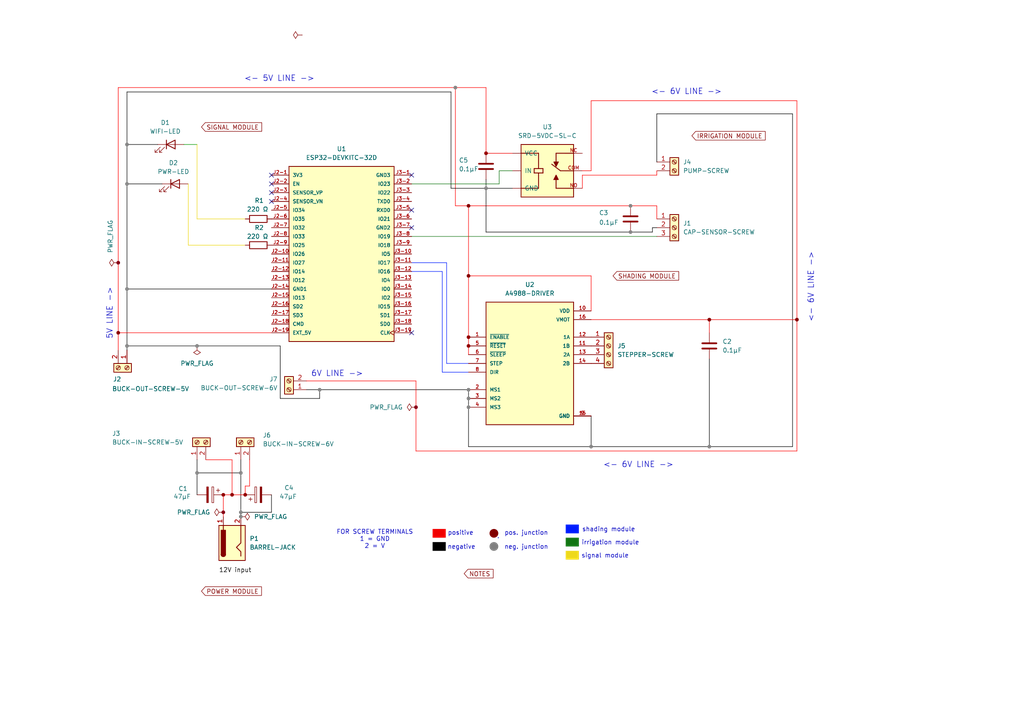
<source format=kicad_sch>
(kicad_sch
	(version 20231120)
	(generator "eeschema")
	(generator_version "8.0")
	(uuid "bfe70855-a2f2-4d4c-ace9-edcd5f9589ce")
	(paper "A4")
	(lib_symbols
		(symbol "A4988_STEPPER_MOTOR_DRIVER_CARRIER:A4988_STEPPER_MOTOR_DRIVER_CARRIER"
			(pin_names
				(offset 1.016)
			)
			(exclude_from_sim no)
			(in_bom yes)
			(on_board yes)
			(property "Reference" "U"
				(at -12.7 19.05 0)
				(effects
					(font
						(size 1.27 1.27)
					)
					(justify left bottom)
				)
			)
			(property "Value" "A4988_STEPPER_MOTOR_DRIVER_CARRIER"
				(at -12.7 -21.59 0)
				(effects
					(font
						(size 1.27 1.27)
					)
					(justify left bottom)
				)
			)
			(property "Footprint" "A4988_STEPPER_MOTOR_DRIVER_CARRIER:MODULE_A4988_STEPPER_MOTOR_DRIVER_CARRIER"
				(at 0 0 0)
				(effects
					(font
						(size 1.27 1.27)
					)
					(justify bottom)
					(hide yes)
				)
			)
			(property "Datasheet" ""
				(at 0 0 0)
				(effects
					(font
						(size 1.27 1.27)
					)
					(hide yes)
				)
			)
			(property "Description" "Stepper motor controler; IC: A4988; 1A; Uin mot: 8÷35V"
				(at 0 0 0)
				(effects
					(font
						(size 1.27 1.27)
					)
					(justify bottom)
					(hide yes)
				)
			)
			(property "MF" "Pololu"
				(at 0 0 0)
				(effects
					(font
						(size 1.27 1.27)
					)
					(justify bottom)
					(hide yes)
				)
			)
			(property "PACKAGE" "None"
				(at 0 0 0)
				(effects
					(font
						(size 1.27 1.27)
					)
					(justify bottom)
					(hide yes)
				)
			)
			(property "PRICE" "None"
				(at 0 0 0)
				(effects
					(font
						(size 1.27 1.27)
					)
					(justify bottom)
					(hide yes)
				)
			)
			(property "Package" "None"
				(at 0 0 0)
				(effects
					(font
						(size 1.27 1.27)
					)
					(justify bottom)
					(hide yes)
				)
			)
			(property "Check_prices" "https://www.snapeda.com/parts/A4988%20STEPPER%20MOTOR%20DRIVER%20CARRIER/Pololu/view-part/?ref=eda"
				(at 0 0 0)
				(effects
					(font
						(size 1.27 1.27)
					)
					(justify bottom)
					(hide yes)
				)
			)
			(property "Price" "None"
				(at 0 0 0)
				(effects
					(font
						(size 1.27 1.27)
					)
					(justify bottom)
					(hide yes)
				)
			)
			(property "SnapEDA_Link" "https://www.snapeda.com/parts/A4988%20STEPPER%20MOTOR%20DRIVER%20CARRIER/Pololu/view-part/?ref=snap"
				(at 0 0 0)
				(effects
					(font
						(size 1.27 1.27)
					)
					(justify bottom)
					(hide yes)
				)
			)
			(property "MP" "A4988 STEPPER MOTOR DRIVER CARRIER"
				(at 0 0 0)
				(effects
					(font
						(size 1.27 1.27)
					)
					(justify bottom)
					(hide yes)
				)
			)
			(property "Availability" "Not in stock"
				(at 0 0 0)
				(effects
					(font
						(size 1.27 1.27)
					)
					(justify bottom)
					(hide yes)
				)
			)
			(property "AVAILABILITY" "Unavailable"
				(at 0 0 0)
				(effects
					(font
						(size 1.27 1.27)
					)
					(justify bottom)
					(hide yes)
				)
			)
			(property "Description_1" "\n                        \n                            Stepper Motor Driver\n                        \n"
				(at 0 0 0)
				(effects
					(font
						(size 1.27 1.27)
					)
					(justify bottom)
					(hide yes)
				)
			)
			(symbol "A4988_STEPPER_MOTOR_DRIVER_CARRIER_0_0"
				(rectangle
					(start -12.7 -17.78)
					(end 12.7 17.78)
					(stroke
						(width 0.254)
						(type default)
					)
					(fill
						(type background)
					)
				)
				(pin input line
					(at -17.78 7.62 0)
					(length 5.08)
					(name "~{ENABLE}"
						(effects
							(font
								(size 1.016 1.016)
							)
						)
					)
					(number "1"
						(effects
							(font
								(size 1.016 1.016)
							)
						)
					)
				)
				(pin power_in line
					(at 17.78 15.24 180)
					(length 5.08)
					(name "VDD"
						(effects
							(font
								(size 1.016 1.016)
							)
						)
					)
					(number "10"
						(effects
							(font
								(size 1.016 1.016)
							)
						)
					)
				)
				(pin output line
					(at 17.78 5.08 180)
					(length 5.08)
					(name "1B"
						(effects
							(font
								(size 1.016 1.016)
							)
						)
					)
					(number "11"
						(effects
							(font
								(size 1.016 1.016)
							)
						)
					)
				)
				(pin output line
					(at 17.78 7.62 180)
					(length 5.08)
					(name "1A"
						(effects
							(font
								(size 1.016 1.016)
							)
						)
					)
					(number "12"
						(effects
							(font
								(size 1.016 1.016)
							)
						)
					)
				)
				(pin output line
					(at 17.78 2.54 180)
					(length 5.08)
					(name "2A"
						(effects
							(font
								(size 1.016 1.016)
							)
						)
					)
					(number "13"
						(effects
							(font
								(size 1.016 1.016)
							)
						)
					)
				)
				(pin output line
					(at 17.78 0 180)
					(length 5.08)
					(name "2B"
						(effects
							(font
								(size 1.016 1.016)
							)
						)
					)
					(number "14"
						(effects
							(font
								(size 1.016 1.016)
							)
						)
					)
				)
				(pin power_in line
					(at 17.78 -15.24 180)
					(length 5.08)
					(name "GND"
						(effects
							(font
								(size 1.016 1.016)
							)
						)
					)
					(number "15"
						(effects
							(font
								(size 1.016 1.016)
							)
						)
					)
				)
				(pin power_in line
					(at 17.78 12.7 180)
					(length 5.08)
					(name "VMOT"
						(effects
							(font
								(size 1.016 1.016)
							)
						)
					)
					(number "16"
						(effects
							(font
								(size 1.016 1.016)
							)
						)
					)
				)
				(pin input line
					(at -17.78 -7.62 0)
					(length 5.08)
					(name "MS1"
						(effects
							(font
								(size 1.016 1.016)
							)
						)
					)
					(number "2"
						(effects
							(font
								(size 1.016 1.016)
							)
						)
					)
				)
				(pin input line
					(at -17.78 -10.16 0)
					(length 5.08)
					(name "MS2"
						(effects
							(font
								(size 1.016 1.016)
							)
						)
					)
					(number "3"
						(effects
							(font
								(size 1.016 1.016)
							)
						)
					)
				)
				(pin input line
					(at -17.78 -12.7 0)
					(length 5.08)
					(name "MS3"
						(effects
							(font
								(size 1.016 1.016)
							)
						)
					)
					(number "4"
						(effects
							(font
								(size 1.016 1.016)
							)
						)
					)
				)
				(pin input line
					(at -17.78 5.08 0)
					(length 5.08)
					(name "~{RESET}"
						(effects
							(font
								(size 1.016 1.016)
							)
						)
					)
					(number "5"
						(effects
							(font
								(size 1.016 1.016)
							)
						)
					)
				)
				(pin input line
					(at -17.78 2.54 0)
					(length 5.08)
					(name "~{SLEEP}"
						(effects
							(font
								(size 1.016 1.016)
							)
						)
					)
					(number "6"
						(effects
							(font
								(size 1.016 1.016)
							)
						)
					)
				)
				(pin input line
					(at -17.78 0 0)
					(length 5.08)
					(name "STEP"
						(effects
							(font
								(size 1.016 1.016)
							)
						)
					)
					(number "7"
						(effects
							(font
								(size 1.016 1.016)
							)
						)
					)
				)
				(pin input line
					(at -17.78 -2.54 0)
					(length 5.08)
					(name "DIR"
						(effects
							(font
								(size 1.016 1.016)
							)
						)
					)
					(number "8"
						(effects
							(font
								(size 1.016 1.016)
							)
						)
					)
				)
				(pin power_in line
					(at 17.78 -15.24 180)
					(length 5.08)
					(name "GND"
						(effects
							(font
								(size 1.016 1.016)
							)
						)
					)
					(number "9"
						(effects
							(font
								(size 1.016 1.016)
							)
						)
					)
				)
			)
		)
		(symbol "Connector:Barrel_Jack"
			(pin_names
				(offset 1.016)
			)
			(exclude_from_sim no)
			(in_bom yes)
			(on_board yes)
			(property "Reference" "J"
				(at 0 5.334 0)
				(effects
					(font
						(size 1.27 1.27)
					)
				)
			)
			(property "Value" "Barrel_Jack"
				(at 0 -5.08 0)
				(effects
					(font
						(size 1.27 1.27)
					)
				)
			)
			(property "Footprint" ""
				(at 1.27 -1.016 0)
				(effects
					(font
						(size 1.27 1.27)
					)
					(hide yes)
				)
			)
			(property "Datasheet" "~"
				(at 1.27 -1.016 0)
				(effects
					(font
						(size 1.27 1.27)
					)
					(hide yes)
				)
			)
			(property "Description" "DC Barrel Jack"
				(at 0 0 0)
				(effects
					(font
						(size 1.27 1.27)
					)
					(hide yes)
				)
			)
			(property "ki_keywords" "DC power barrel jack connector"
				(at 0 0 0)
				(effects
					(font
						(size 1.27 1.27)
					)
					(hide yes)
				)
			)
			(property "ki_fp_filters" "BarrelJack*"
				(at 0 0 0)
				(effects
					(font
						(size 1.27 1.27)
					)
					(hide yes)
				)
			)
			(symbol "Barrel_Jack_0_1"
				(rectangle
					(start -5.08 3.81)
					(end 5.08 -3.81)
					(stroke
						(width 0.254)
						(type default)
					)
					(fill
						(type background)
					)
				)
				(arc
					(start -3.302 3.175)
					(mid -3.9343 2.54)
					(end -3.302 1.905)
					(stroke
						(width 0.254)
						(type default)
					)
					(fill
						(type none)
					)
				)
				(arc
					(start -3.302 3.175)
					(mid -3.9343 2.54)
					(end -3.302 1.905)
					(stroke
						(width 0.254)
						(type default)
					)
					(fill
						(type outline)
					)
				)
				(polyline
					(pts
						(xy 5.08 2.54) (xy 3.81 2.54)
					)
					(stroke
						(width 0.254)
						(type default)
					)
					(fill
						(type none)
					)
				)
				(polyline
					(pts
						(xy -3.81 -2.54) (xy -2.54 -2.54) (xy -1.27 -1.27) (xy 0 -2.54) (xy 2.54 -2.54) (xy 5.08 -2.54)
					)
					(stroke
						(width 0.254)
						(type default)
					)
					(fill
						(type none)
					)
				)
				(rectangle
					(start 3.683 3.175)
					(end -3.302 1.905)
					(stroke
						(width 0.254)
						(type default)
					)
					(fill
						(type outline)
					)
				)
			)
			(symbol "Barrel_Jack_1_1"
				(pin passive line
					(at 7.62 2.54 180)
					(length 2.54)
					(name "~"
						(effects
							(font
								(size 1.27 1.27)
							)
						)
					)
					(number "1"
						(effects
							(font
								(size 1.27 1.27)
							)
						)
					)
				)
				(pin passive line
					(at 7.62 -2.54 180)
					(length 2.54)
					(name "~"
						(effects
							(font
								(size 1.27 1.27)
							)
						)
					)
					(number "2"
						(effects
							(font
								(size 1.27 1.27)
							)
						)
					)
				)
			)
		)
		(symbol "Connector:Screw_Terminal_01x02"
			(pin_names
				(offset 1.016) hide)
			(exclude_from_sim no)
			(in_bom yes)
			(on_board yes)
			(property "Reference" "J"
				(at 0 2.54 0)
				(effects
					(font
						(size 1.27 1.27)
					)
				)
			)
			(property "Value" "Screw_Terminal_01x02"
				(at 0 -5.08 0)
				(effects
					(font
						(size 1.27 1.27)
					)
				)
			)
			(property "Footprint" ""
				(at 0 0 0)
				(effects
					(font
						(size 1.27 1.27)
					)
					(hide yes)
				)
			)
			(property "Datasheet" "~"
				(at 0 0 0)
				(effects
					(font
						(size 1.27 1.27)
					)
					(hide yes)
				)
			)
			(property "Description" "Generic screw terminal, single row, 01x02, script generated (kicad-library-utils/schlib/autogen/connector/)"
				(at 0 0 0)
				(effects
					(font
						(size 1.27 1.27)
					)
					(hide yes)
				)
			)
			(property "ki_keywords" "screw terminal"
				(at 0 0 0)
				(effects
					(font
						(size 1.27 1.27)
					)
					(hide yes)
				)
			)
			(property "ki_fp_filters" "TerminalBlock*:*"
				(at 0 0 0)
				(effects
					(font
						(size 1.27 1.27)
					)
					(hide yes)
				)
			)
			(symbol "Screw_Terminal_01x02_1_1"
				(rectangle
					(start -1.27 1.27)
					(end 1.27 -3.81)
					(stroke
						(width 0.254)
						(type default)
					)
					(fill
						(type background)
					)
				)
				(circle
					(center 0 -2.54)
					(radius 0.635)
					(stroke
						(width 0.1524)
						(type default)
					)
					(fill
						(type none)
					)
				)
				(polyline
					(pts
						(xy -0.5334 -2.2098) (xy 0.3302 -3.048)
					)
					(stroke
						(width 0.1524)
						(type default)
					)
					(fill
						(type none)
					)
				)
				(polyline
					(pts
						(xy -0.5334 0.3302) (xy 0.3302 -0.508)
					)
					(stroke
						(width 0.1524)
						(type default)
					)
					(fill
						(type none)
					)
				)
				(polyline
					(pts
						(xy -0.3556 -2.032) (xy 0.508 -2.8702)
					)
					(stroke
						(width 0.1524)
						(type default)
					)
					(fill
						(type none)
					)
				)
				(polyline
					(pts
						(xy -0.3556 0.508) (xy 0.508 -0.3302)
					)
					(stroke
						(width 0.1524)
						(type default)
					)
					(fill
						(type none)
					)
				)
				(circle
					(center 0 0)
					(radius 0.635)
					(stroke
						(width 0.1524)
						(type default)
					)
					(fill
						(type none)
					)
				)
				(pin passive line
					(at -5.08 0 0)
					(length 3.81)
					(name "Pin_1"
						(effects
							(font
								(size 1.27 1.27)
							)
						)
					)
					(number "1"
						(effects
							(font
								(size 1.27 1.27)
							)
						)
					)
				)
				(pin passive line
					(at -5.08 -2.54 0)
					(length 3.81)
					(name "Pin_2"
						(effects
							(font
								(size 1.27 1.27)
							)
						)
					)
					(number "2"
						(effects
							(font
								(size 1.27 1.27)
							)
						)
					)
				)
			)
		)
		(symbol "Connector:Screw_Terminal_01x03"
			(pin_names
				(offset 1.016) hide)
			(exclude_from_sim no)
			(in_bom yes)
			(on_board yes)
			(property "Reference" "J"
				(at 0 5.08 0)
				(effects
					(font
						(size 1.27 1.27)
					)
				)
			)
			(property "Value" "Screw_Terminal_01x03"
				(at 0 -5.08 0)
				(effects
					(font
						(size 1.27 1.27)
					)
				)
			)
			(property "Footprint" ""
				(at 0 0 0)
				(effects
					(font
						(size 1.27 1.27)
					)
					(hide yes)
				)
			)
			(property "Datasheet" "~"
				(at 0 0 0)
				(effects
					(font
						(size 1.27 1.27)
					)
					(hide yes)
				)
			)
			(property "Description" "Generic screw terminal, single row, 01x03, script generated (kicad-library-utils/schlib/autogen/connector/)"
				(at 0 0 0)
				(effects
					(font
						(size 1.27 1.27)
					)
					(hide yes)
				)
			)
			(property "ki_keywords" "screw terminal"
				(at 0 0 0)
				(effects
					(font
						(size 1.27 1.27)
					)
					(hide yes)
				)
			)
			(property "ki_fp_filters" "TerminalBlock*:*"
				(at 0 0 0)
				(effects
					(font
						(size 1.27 1.27)
					)
					(hide yes)
				)
			)
			(symbol "Screw_Terminal_01x03_1_1"
				(rectangle
					(start -1.27 3.81)
					(end 1.27 -3.81)
					(stroke
						(width 0.254)
						(type default)
					)
					(fill
						(type background)
					)
				)
				(circle
					(center 0 -2.54)
					(radius 0.635)
					(stroke
						(width 0.1524)
						(type default)
					)
					(fill
						(type none)
					)
				)
				(polyline
					(pts
						(xy -0.5334 -2.2098) (xy 0.3302 -3.048)
					)
					(stroke
						(width 0.1524)
						(type default)
					)
					(fill
						(type none)
					)
				)
				(polyline
					(pts
						(xy -0.5334 0.3302) (xy 0.3302 -0.508)
					)
					(stroke
						(width 0.1524)
						(type default)
					)
					(fill
						(type none)
					)
				)
				(polyline
					(pts
						(xy -0.5334 2.8702) (xy 0.3302 2.032)
					)
					(stroke
						(width 0.1524)
						(type default)
					)
					(fill
						(type none)
					)
				)
				(polyline
					(pts
						(xy -0.3556 -2.032) (xy 0.508 -2.8702)
					)
					(stroke
						(width 0.1524)
						(type default)
					)
					(fill
						(type none)
					)
				)
				(polyline
					(pts
						(xy -0.3556 0.508) (xy 0.508 -0.3302)
					)
					(stroke
						(width 0.1524)
						(type default)
					)
					(fill
						(type none)
					)
				)
				(polyline
					(pts
						(xy -0.3556 3.048) (xy 0.508 2.2098)
					)
					(stroke
						(width 0.1524)
						(type default)
					)
					(fill
						(type none)
					)
				)
				(circle
					(center 0 0)
					(radius 0.635)
					(stroke
						(width 0.1524)
						(type default)
					)
					(fill
						(type none)
					)
				)
				(circle
					(center 0 2.54)
					(radius 0.635)
					(stroke
						(width 0.1524)
						(type default)
					)
					(fill
						(type none)
					)
				)
				(pin passive line
					(at -5.08 2.54 0)
					(length 3.81)
					(name "Pin_1"
						(effects
							(font
								(size 1.27 1.27)
							)
						)
					)
					(number "1"
						(effects
							(font
								(size 1.27 1.27)
							)
						)
					)
				)
				(pin passive line
					(at -5.08 0 0)
					(length 3.81)
					(name "Pin_2"
						(effects
							(font
								(size 1.27 1.27)
							)
						)
					)
					(number "2"
						(effects
							(font
								(size 1.27 1.27)
							)
						)
					)
				)
				(pin passive line
					(at -5.08 -2.54 0)
					(length 3.81)
					(name "Pin_3"
						(effects
							(font
								(size 1.27 1.27)
							)
						)
					)
					(number "3"
						(effects
							(font
								(size 1.27 1.27)
							)
						)
					)
				)
			)
		)
		(symbol "Connector:Screw_Terminal_01x04"
			(pin_names
				(offset 1.016) hide)
			(exclude_from_sim no)
			(in_bom yes)
			(on_board yes)
			(property "Reference" "J"
				(at 0 5.08 0)
				(effects
					(font
						(size 1.27 1.27)
					)
				)
			)
			(property "Value" "Screw_Terminal_01x04"
				(at 0 -7.62 0)
				(effects
					(font
						(size 1.27 1.27)
					)
				)
			)
			(property "Footprint" ""
				(at 0 0 0)
				(effects
					(font
						(size 1.27 1.27)
					)
					(hide yes)
				)
			)
			(property "Datasheet" "~"
				(at 0 0 0)
				(effects
					(font
						(size 1.27 1.27)
					)
					(hide yes)
				)
			)
			(property "Description" "Generic screw terminal, single row, 01x04, script generated (kicad-library-utils/schlib/autogen/connector/)"
				(at 0 0 0)
				(effects
					(font
						(size 1.27 1.27)
					)
					(hide yes)
				)
			)
			(property "ki_keywords" "screw terminal"
				(at 0 0 0)
				(effects
					(font
						(size 1.27 1.27)
					)
					(hide yes)
				)
			)
			(property "ki_fp_filters" "TerminalBlock*:*"
				(at 0 0 0)
				(effects
					(font
						(size 1.27 1.27)
					)
					(hide yes)
				)
			)
			(symbol "Screw_Terminal_01x04_1_1"
				(rectangle
					(start -1.27 3.81)
					(end 1.27 -6.35)
					(stroke
						(width 0.254)
						(type default)
					)
					(fill
						(type background)
					)
				)
				(circle
					(center 0 -5.08)
					(radius 0.635)
					(stroke
						(width 0.1524)
						(type default)
					)
					(fill
						(type none)
					)
				)
				(circle
					(center 0 -2.54)
					(radius 0.635)
					(stroke
						(width 0.1524)
						(type default)
					)
					(fill
						(type none)
					)
				)
				(polyline
					(pts
						(xy -0.5334 -4.7498) (xy 0.3302 -5.588)
					)
					(stroke
						(width 0.1524)
						(type default)
					)
					(fill
						(type none)
					)
				)
				(polyline
					(pts
						(xy -0.5334 -2.2098) (xy 0.3302 -3.048)
					)
					(stroke
						(width 0.1524)
						(type default)
					)
					(fill
						(type none)
					)
				)
				(polyline
					(pts
						(xy -0.5334 0.3302) (xy 0.3302 -0.508)
					)
					(stroke
						(width 0.1524)
						(type default)
					)
					(fill
						(type none)
					)
				)
				(polyline
					(pts
						(xy -0.5334 2.8702) (xy 0.3302 2.032)
					)
					(stroke
						(width 0.1524)
						(type default)
					)
					(fill
						(type none)
					)
				)
				(polyline
					(pts
						(xy -0.3556 -4.572) (xy 0.508 -5.4102)
					)
					(stroke
						(width 0.1524)
						(type default)
					)
					(fill
						(type none)
					)
				)
				(polyline
					(pts
						(xy -0.3556 -2.032) (xy 0.508 -2.8702)
					)
					(stroke
						(width 0.1524)
						(type default)
					)
					(fill
						(type none)
					)
				)
				(polyline
					(pts
						(xy -0.3556 0.508) (xy 0.508 -0.3302)
					)
					(stroke
						(width 0.1524)
						(type default)
					)
					(fill
						(type none)
					)
				)
				(polyline
					(pts
						(xy -0.3556 3.048) (xy 0.508 2.2098)
					)
					(stroke
						(width 0.1524)
						(type default)
					)
					(fill
						(type none)
					)
				)
				(circle
					(center 0 0)
					(radius 0.635)
					(stroke
						(width 0.1524)
						(type default)
					)
					(fill
						(type none)
					)
				)
				(circle
					(center 0 2.54)
					(radius 0.635)
					(stroke
						(width 0.1524)
						(type default)
					)
					(fill
						(type none)
					)
				)
				(pin passive line
					(at -5.08 2.54 0)
					(length 3.81)
					(name "Pin_1"
						(effects
							(font
								(size 1.27 1.27)
							)
						)
					)
					(number "1"
						(effects
							(font
								(size 1.27 1.27)
							)
						)
					)
				)
				(pin passive line
					(at -5.08 0 0)
					(length 3.81)
					(name "Pin_2"
						(effects
							(font
								(size 1.27 1.27)
							)
						)
					)
					(number "2"
						(effects
							(font
								(size 1.27 1.27)
							)
						)
					)
				)
				(pin passive line
					(at -5.08 -2.54 0)
					(length 3.81)
					(name "Pin_3"
						(effects
							(font
								(size 1.27 1.27)
							)
						)
					)
					(number "3"
						(effects
							(font
								(size 1.27 1.27)
							)
						)
					)
				)
				(pin passive line
					(at -5.08 -5.08 0)
					(length 3.81)
					(name "Pin_4"
						(effects
							(font
								(size 1.27 1.27)
							)
						)
					)
					(number "4"
						(effects
							(font
								(size 1.27 1.27)
							)
						)
					)
				)
			)
		)
		(symbol "Device:C"
			(pin_numbers hide)
			(pin_names
				(offset 0.254)
			)
			(exclude_from_sim no)
			(in_bom yes)
			(on_board yes)
			(property "Reference" "C"
				(at 0.635 2.54 0)
				(effects
					(font
						(size 1.27 1.27)
					)
					(justify left)
				)
			)
			(property "Value" "C"
				(at 0.635 -2.54 0)
				(effects
					(font
						(size 1.27 1.27)
					)
					(justify left)
				)
			)
			(property "Footprint" ""
				(at 0.9652 -3.81 0)
				(effects
					(font
						(size 1.27 1.27)
					)
					(hide yes)
				)
			)
			(property "Datasheet" "~"
				(at 0 0 0)
				(effects
					(font
						(size 1.27 1.27)
					)
					(hide yes)
				)
			)
			(property "Description" "Unpolarized capacitor"
				(at 0 0 0)
				(effects
					(font
						(size 1.27 1.27)
					)
					(hide yes)
				)
			)
			(property "ki_keywords" "cap capacitor"
				(at 0 0 0)
				(effects
					(font
						(size 1.27 1.27)
					)
					(hide yes)
				)
			)
			(property "ki_fp_filters" "C_*"
				(at 0 0 0)
				(effects
					(font
						(size 1.27 1.27)
					)
					(hide yes)
				)
			)
			(symbol "C_0_1"
				(polyline
					(pts
						(xy -2.032 -0.762) (xy 2.032 -0.762)
					)
					(stroke
						(width 0.508)
						(type default)
					)
					(fill
						(type none)
					)
				)
				(polyline
					(pts
						(xy -2.032 0.762) (xy 2.032 0.762)
					)
					(stroke
						(width 0.508)
						(type default)
					)
					(fill
						(type none)
					)
				)
			)
			(symbol "C_1_1"
				(pin passive line
					(at 0 3.81 270)
					(length 2.794)
					(name "~"
						(effects
							(font
								(size 1.27 1.27)
							)
						)
					)
					(number "1"
						(effects
							(font
								(size 1.27 1.27)
							)
						)
					)
				)
				(pin passive line
					(at 0 -3.81 90)
					(length 2.794)
					(name "~"
						(effects
							(font
								(size 1.27 1.27)
							)
						)
					)
					(number "2"
						(effects
							(font
								(size 1.27 1.27)
							)
						)
					)
				)
			)
		)
		(symbol "Device:C_Polarized"
			(pin_numbers hide)
			(pin_names
				(offset 0.254)
			)
			(exclude_from_sim no)
			(in_bom yes)
			(on_board yes)
			(property "Reference" "C"
				(at 0.635 2.54 0)
				(effects
					(font
						(size 1.27 1.27)
					)
					(justify left)
				)
			)
			(property "Value" "C_Polarized"
				(at 0.635 -2.54 0)
				(effects
					(font
						(size 1.27 1.27)
					)
					(justify left)
				)
			)
			(property "Footprint" ""
				(at 0.9652 -3.81 0)
				(effects
					(font
						(size 1.27 1.27)
					)
					(hide yes)
				)
			)
			(property "Datasheet" "~"
				(at 0 0 0)
				(effects
					(font
						(size 1.27 1.27)
					)
					(hide yes)
				)
			)
			(property "Description" "Polarized capacitor"
				(at 0 0 0)
				(effects
					(font
						(size 1.27 1.27)
					)
					(hide yes)
				)
			)
			(property "ki_keywords" "cap capacitor"
				(at 0 0 0)
				(effects
					(font
						(size 1.27 1.27)
					)
					(hide yes)
				)
			)
			(property "ki_fp_filters" "CP_*"
				(at 0 0 0)
				(effects
					(font
						(size 1.27 1.27)
					)
					(hide yes)
				)
			)
			(symbol "C_Polarized_0_1"
				(rectangle
					(start -2.286 0.508)
					(end 2.286 1.016)
					(stroke
						(width 0)
						(type default)
					)
					(fill
						(type none)
					)
				)
				(polyline
					(pts
						(xy -1.778 2.286) (xy -0.762 2.286)
					)
					(stroke
						(width 0)
						(type default)
					)
					(fill
						(type none)
					)
				)
				(polyline
					(pts
						(xy -1.27 2.794) (xy -1.27 1.778)
					)
					(stroke
						(width 0)
						(type default)
					)
					(fill
						(type none)
					)
				)
				(rectangle
					(start 2.286 -0.508)
					(end -2.286 -1.016)
					(stroke
						(width 0)
						(type default)
					)
					(fill
						(type outline)
					)
				)
			)
			(symbol "C_Polarized_1_1"
				(pin passive line
					(at 0 3.81 270)
					(length 2.794)
					(name "~"
						(effects
							(font
								(size 1.27 1.27)
							)
						)
					)
					(number "1"
						(effects
							(font
								(size 1.27 1.27)
							)
						)
					)
				)
				(pin passive line
					(at 0 -3.81 90)
					(length 2.794)
					(name "~"
						(effects
							(font
								(size 1.27 1.27)
							)
						)
					)
					(number "2"
						(effects
							(font
								(size 1.27 1.27)
							)
						)
					)
				)
			)
		)
		(symbol "Device:LED"
			(pin_numbers hide)
			(pin_names
				(offset 1.016) hide)
			(exclude_from_sim no)
			(in_bom yes)
			(on_board yes)
			(property "Reference" "D"
				(at 0 2.54 0)
				(effects
					(font
						(size 1.27 1.27)
					)
				)
			)
			(property "Value" "LED"
				(at 0 -2.54 0)
				(effects
					(font
						(size 1.27 1.27)
					)
				)
			)
			(property "Footprint" ""
				(at 0 0 0)
				(effects
					(font
						(size 1.27 1.27)
					)
					(hide yes)
				)
			)
			(property "Datasheet" "~"
				(at 0 0 0)
				(effects
					(font
						(size 1.27 1.27)
					)
					(hide yes)
				)
			)
			(property "Description" "Light emitting diode"
				(at 0 0 0)
				(effects
					(font
						(size 1.27 1.27)
					)
					(hide yes)
				)
			)
			(property "ki_keywords" "LED diode"
				(at 0 0 0)
				(effects
					(font
						(size 1.27 1.27)
					)
					(hide yes)
				)
			)
			(property "ki_fp_filters" "LED* LED_SMD:* LED_THT:*"
				(at 0 0 0)
				(effects
					(font
						(size 1.27 1.27)
					)
					(hide yes)
				)
			)
			(symbol "LED_0_1"
				(polyline
					(pts
						(xy -1.27 -1.27) (xy -1.27 1.27)
					)
					(stroke
						(width 0.254)
						(type default)
					)
					(fill
						(type none)
					)
				)
				(polyline
					(pts
						(xy -1.27 0) (xy 1.27 0)
					)
					(stroke
						(width 0)
						(type default)
					)
					(fill
						(type none)
					)
				)
				(polyline
					(pts
						(xy 1.27 -1.27) (xy 1.27 1.27) (xy -1.27 0) (xy 1.27 -1.27)
					)
					(stroke
						(width 0.254)
						(type default)
					)
					(fill
						(type none)
					)
				)
				(polyline
					(pts
						(xy -3.048 -0.762) (xy -4.572 -2.286) (xy -3.81 -2.286) (xy -4.572 -2.286) (xy -4.572 -1.524)
					)
					(stroke
						(width 0)
						(type default)
					)
					(fill
						(type none)
					)
				)
				(polyline
					(pts
						(xy -1.778 -0.762) (xy -3.302 -2.286) (xy -2.54 -2.286) (xy -3.302 -2.286) (xy -3.302 -1.524)
					)
					(stroke
						(width 0)
						(type default)
					)
					(fill
						(type none)
					)
				)
			)
			(symbol "LED_1_1"
				(pin passive line
					(at -3.81 0 0)
					(length 2.54)
					(name "K"
						(effects
							(font
								(size 1.27 1.27)
							)
						)
					)
					(number "1"
						(effects
							(font
								(size 1.27 1.27)
							)
						)
					)
				)
				(pin passive line
					(at 3.81 0 180)
					(length 2.54)
					(name "A"
						(effects
							(font
								(size 1.27 1.27)
							)
						)
					)
					(number "2"
						(effects
							(font
								(size 1.27 1.27)
							)
						)
					)
				)
			)
		)
		(symbol "Device:R"
			(pin_numbers hide)
			(pin_names
				(offset 0)
			)
			(exclude_from_sim no)
			(in_bom yes)
			(on_board yes)
			(property "Reference" "R"
				(at 2.032 0 90)
				(effects
					(font
						(size 1.27 1.27)
					)
				)
			)
			(property "Value" "R"
				(at 0 0 90)
				(effects
					(font
						(size 1.27 1.27)
					)
				)
			)
			(property "Footprint" ""
				(at -1.778 0 90)
				(effects
					(font
						(size 1.27 1.27)
					)
					(hide yes)
				)
			)
			(property "Datasheet" "~"
				(at 0 0 0)
				(effects
					(font
						(size 1.27 1.27)
					)
					(hide yes)
				)
			)
			(property "Description" "Resistor"
				(at 0 0 0)
				(effects
					(font
						(size 1.27 1.27)
					)
					(hide yes)
				)
			)
			(property "ki_keywords" "R res resistor"
				(at 0 0 0)
				(effects
					(font
						(size 1.27 1.27)
					)
					(hide yes)
				)
			)
			(property "ki_fp_filters" "R_*"
				(at 0 0 0)
				(effects
					(font
						(size 1.27 1.27)
					)
					(hide yes)
				)
			)
			(symbol "R_0_1"
				(rectangle
					(start -1.016 -2.54)
					(end 1.016 2.54)
					(stroke
						(width 0.254)
						(type default)
					)
					(fill
						(type none)
					)
				)
			)
			(symbol "R_1_1"
				(pin passive line
					(at 0 3.81 270)
					(length 1.27)
					(name "~"
						(effects
							(font
								(size 1.27 1.27)
							)
						)
					)
					(number "1"
						(effects
							(font
								(size 1.27 1.27)
							)
						)
					)
				)
				(pin passive line
					(at 0 -3.81 90)
					(length 1.27)
					(name "~"
						(effects
							(font
								(size 1.27 1.27)
							)
						)
					)
					(number "2"
						(effects
							(font
								(size 1.27 1.27)
							)
						)
					)
				)
			)
		)
		(symbol "ESP32-DEVKITC-32D:ESP32-DEVKITC-32D"
			(pin_names
				(offset 1.016)
			)
			(exclude_from_sim no)
			(in_bom yes)
			(on_board yes)
			(property "Reference" "U"
				(at -15.2572 26.0643 0)
				(effects
					(font
						(size 1.27 1.27)
					)
					(justify left bottom)
				)
			)
			(property "Value" "ESP32-DEVKITC-32D"
				(at -15.2563 -27.9698 0)
				(effects
					(font
						(size 1.27 1.27)
					)
					(justify left bottom)
				)
			)
			(property "Footprint" "ESP32-DEVKITC-32D:MODULE_ESP32-DEVKITC-32D"
				(at 0 0 0)
				(effects
					(font
						(size 1.27 1.27)
					)
					(justify bottom)
					(hide yes)
				)
			)
			(property "Datasheet" ""
				(at 0 0 0)
				(effects
					(font
						(size 1.27 1.27)
					)
					(hide yes)
				)
			)
			(property "Description" ""
				(at 0 0 0)
				(effects
					(font
						(size 1.27 1.27)
					)
					(hide yes)
				)
			)
			(property "MF" "Espressif Systems"
				(at 0 0 0)
				(effects
					(font
						(size 1.27 1.27)
					)
					(justify bottom)
					(hide yes)
				)
			)
			(property "MAXIMUM_PACKAGE_HEIGHT" "N/A"
				(at 0 0 0)
				(effects
					(font
						(size 1.27 1.27)
					)
					(justify bottom)
					(hide yes)
				)
			)
			(property "Package" "None"
				(at 0 0 0)
				(effects
					(font
						(size 1.27 1.27)
					)
					(justify bottom)
					(hide yes)
				)
			)
			(property "Price" "None"
				(at 0 0 0)
				(effects
					(font
						(size 1.27 1.27)
					)
					(justify bottom)
					(hide yes)
				)
			)
			(property "Check_prices" "https://www.snapeda.com/parts/ESP32-DEVKITC-32D/Espressif+Systems/view-part/?ref=eda"
				(at 0 0 0)
				(effects
					(font
						(size 1.27 1.27)
					)
					(justify bottom)
					(hide yes)
				)
			)
			(property "STANDARD" "Manufacturer Recommendations"
				(at 0 0 0)
				(effects
					(font
						(size 1.27 1.27)
					)
					(justify bottom)
					(hide yes)
				)
			)
			(property "PARTREV" "V4"
				(at 0 0 0)
				(effects
					(font
						(size 1.27 1.27)
					)
					(justify bottom)
					(hide yes)
				)
			)
			(property "SnapEDA_Link" "https://www.snapeda.com/parts/ESP32-DEVKITC-32D/Espressif+Systems/view-part/?ref=snap"
				(at 0 0 0)
				(effects
					(font
						(size 1.27 1.27)
					)
					(justify bottom)
					(hide yes)
				)
			)
			(property "MP" "ESP32-DEVKITC-32D"
				(at 0 0 0)
				(effects
					(font
						(size 1.27 1.27)
					)
					(justify bottom)
					(hide yes)
				)
			)
			(property "Description_1" "\n                        \n                            WiFi Development Tools (802.11) ESP32 General Development Kit, ESP32-WROOM-32D on the board\n                        \n"
				(at 0 0 0)
				(effects
					(font
						(size 1.27 1.27)
					)
					(justify bottom)
					(hide yes)
				)
			)
			(property "MANUFACTURER" "Espressif Systems"
				(at 0 0 0)
				(effects
					(font
						(size 1.27 1.27)
					)
					(justify bottom)
					(hide yes)
				)
			)
			(property "Availability" "In Stock"
				(at 0 0 0)
				(effects
					(font
						(size 1.27 1.27)
					)
					(justify bottom)
					(hide yes)
				)
			)
			(property "SNAPEDA_PN" "ESP32-DEVKITC-32D"
				(at 0 0 0)
				(effects
					(font
						(size 1.27 1.27)
					)
					(justify bottom)
					(hide yes)
				)
			)
			(symbol "ESP32-DEVKITC-32D_0_0"
				(rectangle
					(start -15.24 -25.4)
					(end 15.24 25.4)
					(stroke
						(width 0.254)
						(type default)
					)
					(fill
						(type background)
					)
				)
				(pin power_in line
					(at -20.32 22.86 0)
					(length 5.08)
					(name "3V3"
						(effects
							(font
								(size 1.016 1.016)
							)
						)
					)
					(number "J2-1"
						(effects
							(font
								(size 1.016 1.016)
							)
						)
					)
				)
				(pin bidirectional line
					(at -20.32 0 0)
					(length 5.08)
					(name "IO26"
						(effects
							(font
								(size 1.016 1.016)
							)
						)
					)
					(number "J2-10"
						(effects
							(font
								(size 1.016 1.016)
							)
						)
					)
				)
				(pin bidirectional line
					(at -20.32 -2.54 0)
					(length 5.08)
					(name "IO27"
						(effects
							(font
								(size 1.016 1.016)
							)
						)
					)
					(number "J2-11"
						(effects
							(font
								(size 1.016 1.016)
							)
						)
					)
				)
				(pin bidirectional line
					(at -20.32 -5.08 0)
					(length 5.08)
					(name "IO14"
						(effects
							(font
								(size 1.016 1.016)
							)
						)
					)
					(number "J2-12"
						(effects
							(font
								(size 1.016 1.016)
							)
						)
					)
				)
				(pin bidirectional line
					(at -20.32 -7.62 0)
					(length 5.08)
					(name "IO12"
						(effects
							(font
								(size 1.016 1.016)
							)
						)
					)
					(number "J2-13"
						(effects
							(font
								(size 1.016 1.016)
							)
						)
					)
				)
				(pin power_in line
					(at -20.32 -10.16 0)
					(length 5.08)
					(name "GND1"
						(effects
							(font
								(size 1.016 1.016)
							)
						)
					)
					(number "J2-14"
						(effects
							(font
								(size 1.016 1.016)
							)
						)
					)
				)
				(pin bidirectional line
					(at -20.32 -12.7 0)
					(length 5.08)
					(name "IO13"
						(effects
							(font
								(size 1.016 1.016)
							)
						)
					)
					(number "J2-15"
						(effects
							(font
								(size 1.016 1.016)
							)
						)
					)
				)
				(pin bidirectional line
					(at -20.32 -15.24 0)
					(length 5.08)
					(name "SD2"
						(effects
							(font
								(size 1.016 1.016)
							)
						)
					)
					(number "J2-16"
						(effects
							(font
								(size 1.016 1.016)
							)
						)
					)
				)
				(pin bidirectional line
					(at -20.32 -17.78 0)
					(length 5.08)
					(name "SD3"
						(effects
							(font
								(size 1.016 1.016)
							)
						)
					)
					(number "J2-17"
						(effects
							(font
								(size 1.016 1.016)
							)
						)
					)
				)
				(pin bidirectional line
					(at -20.32 -20.32 0)
					(length 5.08)
					(name "CMD"
						(effects
							(font
								(size 1.016 1.016)
							)
						)
					)
					(number "J2-18"
						(effects
							(font
								(size 1.016 1.016)
							)
						)
					)
				)
				(pin power_in line
					(at -20.32 -22.86 0)
					(length 5.08)
					(name "EXT_5V"
						(effects
							(font
								(size 1.016 1.016)
							)
						)
					)
					(number "J2-19"
						(effects
							(font
								(size 1.016 1.016)
							)
						)
					)
				)
				(pin input line
					(at -20.32 20.32 0)
					(length 5.08)
					(name "EN"
						(effects
							(font
								(size 1.016 1.016)
							)
						)
					)
					(number "J2-2"
						(effects
							(font
								(size 1.016 1.016)
							)
						)
					)
				)
				(pin input line
					(at -20.32 17.78 0)
					(length 5.08)
					(name "SENSOR_VP"
						(effects
							(font
								(size 1.016 1.016)
							)
						)
					)
					(number "J2-3"
						(effects
							(font
								(size 1.016 1.016)
							)
						)
					)
				)
				(pin input line
					(at -20.32 15.24 0)
					(length 5.08)
					(name "SENSOR_VN"
						(effects
							(font
								(size 1.016 1.016)
							)
						)
					)
					(number "J2-4"
						(effects
							(font
								(size 1.016 1.016)
							)
						)
					)
				)
				(pin bidirectional line
					(at -20.32 12.7 0)
					(length 5.08)
					(name "IO34"
						(effects
							(font
								(size 1.016 1.016)
							)
						)
					)
					(number "J2-5"
						(effects
							(font
								(size 1.016 1.016)
							)
						)
					)
				)
				(pin bidirectional line
					(at -20.32 10.16 0)
					(length 5.08)
					(name "IO35"
						(effects
							(font
								(size 1.016 1.016)
							)
						)
					)
					(number "J2-6"
						(effects
							(font
								(size 1.016 1.016)
							)
						)
					)
				)
				(pin bidirectional line
					(at -20.32 7.62 0)
					(length 5.08)
					(name "IO32"
						(effects
							(font
								(size 1.016 1.016)
							)
						)
					)
					(number "J2-7"
						(effects
							(font
								(size 1.016 1.016)
							)
						)
					)
				)
				(pin bidirectional line
					(at -20.32 5.08 0)
					(length 5.08)
					(name "IO33"
						(effects
							(font
								(size 1.016 1.016)
							)
						)
					)
					(number "J2-8"
						(effects
							(font
								(size 1.016 1.016)
							)
						)
					)
				)
				(pin bidirectional line
					(at -20.32 2.54 0)
					(length 5.08)
					(name "IO25"
						(effects
							(font
								(size 1.016 1.016)
							)
						)
					)
					(number "J2-9"
						(effects
							(font
								(size 1.016 1.016)
							)
						)
					)
				)
				(pin power_in line
					(at 20.32 22.86 180)
					(length 5.08)
					(name "GND3"
						(effects
							(font
								(size 1.016 1.016)
							)
						)
					)
					(number "J3-1"
						(effects
							(font
								(size 1.016 1.016)
							)
						)
					)
				)
				(pin bidirectional line
					(at 20.32 0 180)
					(length 5.08)
					(name "IO5"
						(effects
							(font
								(size 1.016 1.016)
							)
						)
					)
					(number "J3-10"
						(effects
							(font
								(size 1.016 1.016)
							)
						)
					)
				)
				(pin bidirectional line
					(at 20.32 -2.54 180)
					(length 5.08)
					(name "IO17"
						(effects
							(font
								(size 1.016 1.016)
							)
						)
					)
					(number "J3-11"
						(effects
							(font
								(size 1.016 1.016)
							)
						)
					)
				)
				(pin bidirectional line
					(at 20.32 -5.08 180)
					(length 5.08)
					(name "IO16"
						(effects
							(font
								(size 1.016 1.016)
							)
						)
					)
					(number "J3-12"
						(effects
							(font
								(size 1.016 1.016)
							)
						)
					)
				)
				(pin bidirectional line
					(at 20.32 -7.62 180)
					(length 5.08)
					(name "IO4"
						(effects
							(font
								(size 1.016 1.016)
							)
						)
					)
					(number "J3-13"
						(effects
							(font
								(size 1.016 1.016)
							)
						)
					)
				)
				(pin bidirectional line
					(at 20.32 -10.16 180)
					(length 5.08)
					(name "IO0"
						(effects
							(font
								(size 1.016 1.016)
							)
						)
					)
					(number "J3-14"
						(effects
							(font
								(size 1.016 1.016)
							)
						)
					)
				)
				(pin bidirectional line
					(at 20.32 -12.7 180)
					(length 5.08)
					(name "IO2"
						(effects
							(font
								(size 1.016 1.016)
							)
						)
					)
					(number "J3-15"
						(effects
							(font
								(size 1.016 1.016)
							)
						)
					)
				)
				(pin bidirectional line
					(at 20.32 -15.24 180)
					(length 5.08)
					(name "IO15"
						(effects
							(font
								(size 1.016 1.016)
							)
						)
					)
					(number "J3-16"
						(effects
							(font
								(size 1.016 1.016)
							)
						)
					)
				)
				(pin bidirectional line
					(at 20.32 -17.78 180)
					(length 5.08)
					(name "SD1"
						(effects
							(font
								(size 1.016 1.016)
							)
						)
					)
					(number "J3-17"
						(effects
							(font
								(size 1.016 1.016)
							)
						)
					)
				)
				(pin bidirectional line
					(at 20.32 -20.32 180)
					(length 5.08)
					(name "SD0"
						(effects
							(font
								(size 1.016 1.016)
							)
						)
					)
					(number "J3-18"
						(effects
							(font
								(size 1.016 1.016)
							)
						)
					)
				)
				(pin input clock
					(at 20.32 -22.86 180)
					(length 5.08)
					(name "CLK"
						(effects
							(font
								(size 1.016 1.016)
							)
						)
					)
					(number "J3-19"
						(effects
							(font
								(size 1.016 1.016)
							)
						)
					)
				)
				(pin bidirectional line
					(at 20.32 20.32 180)
					(length 5.08)
					(name "IO23"
						(effects
							(font
								(size 1.016 1.016)
							)
						)
					)
					(number "J3-2"
						(effects
							(font
								(size 1.016 1.016)
							)
						)
					)
				)
				(pin bidirectional line
					(at 20.32 17.78 180)
					(length 5.08)
					(name "IO22"
						(effects
							(font
								(size 1.016 1.016)
							)
						)
					)
					(number "J3-3"
						(effects
							(font
								(size 1.016 1.016)
							)
						)
					)
				)
				(pin output line
					(at 20.32 15.24 180)
					(length 5.08)
					(name "TXD0"
						(effects
							(font
								(size 1.016 1.016)
							)
						)
					)
					(number "J3-4"
						(effects
							(font
								(size 1.016 1.016)
							)
						)
					)
				)
				(pin input line
					(at 20.32 12.7 180)
					(length 5.08)
					(name "RXD0"
						(effects
							(font
								(size 1.016 1.016)
							)
						)
					)
					(number "J3-5"
						(effects
							(font
								(size 1.016 1.016)
							)
						)
					)
				)
				(pin bidirectional line
					(at 20.32 10.16 180)
					(length 5.08)
					(name "IO21"
						(effects
							(font
								(size 1.016 1.016)
							)
						)
					)
					(number "J3-6"
						(effects
							(font
								(size 1.016 1.016)
							)
						)
					)
				)
				(pin power_in line
					(at 20.32 7.62 180)
					(length 5.08)
					(name "GND2"
						(effects
							(font
								(size 1.016 1.016)
							)
						)
					)
					(number "J3-7"
						(effects
							(font
								(size 1.016 1.016)
							)
						)
					)
				)
				(pin bidirectional line
					(at 20.32 5.08 180)
					(length 5.08)
					(name "IO19"
						(effects
							(font
								(size 1.016 1.016)
							)
						)
					)
					(number "J3-8"
						(effects
							(font
								(size 1.016 1.016)
							)
						)
					)
				)
				(pin bidirectional line
					(at 20.32 2.54 180)
					(length 5.08)
					(name "IO18"
						(effects
							(font
								(size 1.016 1.016)
							)
						)
					)
					(number "J3-9"
						(effects
							(font
								(size 1.016 1.016)
							)
						)
					)
				)
			)
		)
		(symbol "RELAY:SRD-12VDC-SL-C"
			(pin_names
				(offset 1.016)
			)
			(exclude_from_sim no)
			(in_bom yes)
			(on_board yes)
			(property "Reference" "K"
				(at -7.62 8.89 0)
				(effects
					(font
						(size 1.27 1.27)
					)
					(justify left bottom)
				)
			)
			(property "Value" "SRD-12VDC-SL-C"
				(at -7.62 -10.16 0)
				(effects
					(font
						(size 1.27 1.27)
					)
					(justify left bottom)
				)
			)
			(property "Footprint" "SRD-12VDC-SL-C:RELAY_SRD-12VDC-SL-C"
				(at 0 0 0)
				(effects
					(font
						(size 1.27 1.27)
					)
					(justify bottom)
					(hide yes)
				)
			)
			(property "Datasheet" ""
				(at 0 0 0)
				(effects
					(font
						(size 1.27 1.27)
					)
					(hide yes)
				)
			)
			(property "Description" ""
				(at 0 0 0)
				(effects
					(font
						(size 1.27 1.27)
					)
					(hide yes)
				)
			)
			(property "MF" "Songle Relay"
				(at 0 0 0)
				(effects
					(font
						(size 1.27 1.27)
					)
					(justify bottom)
					(hide yes)
				)
			)
			(property "MAXIMUM_PACKAGE_HEIGHT" "15.8 mm"
				(at 0 0 0)
				(effects
					(font
						(size 1.27 1.27)
					)
					(justify bottom)
					(hide yes)
				)
			)
			(property "Package" "NON STANDARD-5 Songle Relay"
				(at 0 0 0)
				(effects
					(font
						(size 1.27 1.27)
					)
					(justify bottom)
					(hide yes)
				)
			)
			(property "Price" "None"
				(at 0 0 0)
				(effects
					(font
						(size 1.27 1.27)
					)
					(justify bottom)
					(hide yes)
				)
			)
			(property "Check_prices" "https://www.snapeda.com/parts/SRD-12VDC-SL-C/Songle+Relay/view-part/?ref=eda"
				(at 0 0 0)
				(effects
					(font
						(size 1.27 1.27)
					)
					(justify bottom)
					(hide yes)
				)
			)
			(property "STANDARD" "IPC 7351B"
				(at 0 0 0)
				(effects
					(font
						(size 1.27 1.27)
					)
					(justify bottom)
					(hide yes)
				)
			)
			(property "PARTREV" "1.0"
				(at 0 0 0)
				(effects
					(font
						(size 1.27 1.27)
					)
					(justify bottom)
					(hide yes)
				)
			)
			(property "SnapEDA_Link" "https://www.snapeda.com/parts/SRD-12VDC-SL-C/Songle+Relay/view-part/?ref=snap"
				(at 0 0 0)
				(effects
					(font
						(size 1.27 1.27)
					)
					(justify bottom)
					(hide yes)
				)
			)
			(property "MP" "SRD-12VDC-SL-C"
				(at 0 0 0)
				(effects
					(font
						(size 1.27 1.27)
					)
					(justify bottom)
					(hide yes)
				)
			)
			(property "Description_1" "\nGeneral Purpose Non Latching 12VDC SPDT Through Hole Relays RoHS\n"
				(at 0 0 0)
				(effects
					(font
						(size 1.27 1.27)
					)
					(justify bottom)
					(hide yes)
				)
			)
			(property "Availability" "In Stock"
				(at 0 0 0)
				(effects
					(font
						(size 1.27 1.27)
					)
					(justify bottom)
					(hide yes)
				)
			)
			(property "MANUFACTURER" "Songle Relay"
				(at 0 0 0)
				(effects
					(font
						(size 1.27 1.27)
					)
					(justify bottom)
					(hide yes)
				)
			)
			(symbol "SRD-12VDC-SL-C_0_0"
				(rectangle
					(start -7.62 -7.62)
					(end 7.62 7.62)
					(stroke
						(width 0.254)
						(type default)
					)
					(fill
						(type background)
					)
				)
				(polyline
					(pts
						(xy -7.62 -5.08) (xy -2.54 -5.08)
					)
					(stroke
						(width 0.254)
						(type default)
					)
					(fill
						(type none)
					)
				)
				(polyline
					(pts
						(xy -7.62 5.08) (xy -2.54 5.08)
					)
					(stroke
						(width 0.254)
						(type default)
					)
					(fill
						(type none)
					)
				)
				(polyline
					(pts
						(xy -3.81 -0.635) (xy -3.81 0.635)
					)
					(stroke
						(width 0.254)
						(type default)
					)
					(fill
						(type none)
					)
				)
				(polyline
					(pts
						(xy -3.81 0.635) (xy -2.54 0.635)
					)
					(stroke
						(width 0.254)
						(type default)
					)
					(fill
						(type none)
					)
				)
				(polyline
					(pts
						(xy -2.54 -0.635) (xy -3.81 -0.635)
					)
					(stroke
						(width 0.254)
						(type default)
					)
					(fill
						(type none)
					)
				)
				(polyline
					(pts
						(xy -2.54 -0.635) (xy -2.54 -5.08)
					)
					(stroke
						(width 0.254)
						(type default)
					)
					(fill
						(type none)
					)
				)
				(polyline
					(pts
						(xy -2.54 0.635) (xy -1.27 0.635)
					)
					(stroke
						(width 0.254)
						(type default)
					)
					(fill
						(type none)
					)
				)
				(polyline
					(pts
						(xy -2.54 5.08) (xy -2.54 0.635)
					)
					(stroke
						(width 0.254)
						(type default)
					)
					(fill
						(type none)
					)
				)
				(polyline
					(pts
						(xy -1.27 -0.635) (xy -2.54 -0.635)
					)
					(stroke
						(width 0.254)
						(type default)
					)
					(fill
						(type none)
					)
				)
				(polyline
					(pts
						(xy -1.27 0.635) (xy -1.27 -0.635)
					)
					(stroke
						(width 0.254)
						(type default)
					)
					(fill
						(type none)
					)
				)
				(polyline
					(pts
						(xy 2.54 -5.08) (xy 2.54 -2.54)
					)
					(stroke
						(width 0.254)
						(type default)
					)
					(fill
						(type none)
					)
				)
				(polyline
					(pts
						(xy 2.54 5.08) (xy 2.54 2.54)
					)
					(stroke
						(width 0.254)
						(type default)
					)
					(fill
						(type none)
					)
				)
				(polyline
					(pts
						(xy 2.54 5.08) (xy 7.62 5.08)
					)
					(stroke
						(width 0.254)
						(type default)
					)
					(fill
						(type none)
					)
				)
				(polyline
					(pts
						(xy 3.81 0) (xy 1.27 1.905)
					)
					(stroke
						(width 0.254)
						(type default)
					)
					(fill
						(type none)
					)
				)
				(polyline
					(pts
						(xy 7.62 -5.08) (xy 2.54 -5.08)
					)
					(stroke
						(width 0.254)
						(type default)
					)
					(fill
						(type none)
					)
				)
				(polyline
					(pts
						(xy 7.62 0) (xy 3.81 0)
					)
					(stroke
						(width 0.254)
						(type default)
					)
					(fill
						(type none)
					)
				)
				(polyline
					(pts
						(xy 1.905 -2.54) (xy 3.175 -2.54) (xy 2.54 -1.27) (xy 1.905 -2.54)
					)
					(stroke
						(width 0.254)
						(type default)
					)
					(fill
						(type outline)
					)
				)
				(polyline
					(pts
						(xy 3.175 2.54) (xy 1.905 2.54) (xy 2.54 1.27) (xy 3.175 2.54)
					)
					(stroke
						(width 0.254)
						(type default)
					)
					(fill
						(type outline)
					)
				)
				(pin passive line
					(at 10.16 0 180)
					(length 5.08)
					(name "~"
						(effects
							(font
								(size 1.016 1.016)
							)
						)
					)
					(number "COM"
						(effects
							(font
								(size 1.016 1.016)
							)
						)
					)
				)
				(pin passive line
					(at 10.16 5.08 180)
					(length 5.08)
					(name "~"
						(effects
							(font
								(size 1.016 1.016)
							)
						)
					)
					(number "NC"
						(effects
							(font
								(size 1.016 1.016)
							)
						)
					)
				)
				(pin passive line
					(at 10.16 -5.08 180)
					(length 5.08)
					(name "~"
						(effects
							(font
								(size 1.016 1.016)
							)
						)
					)
					(number "NO"
						(effects
							(font
								(size 1.016 1.016)
							)
						)
					)
				)
			)
			(symbol "SRD-12VDC-SL-C_1_1"
				(pin input line
					(at -10.16 -5.08 0)
					(length 2.54)
					(name "GND"
						(effects
							(font
								(size 1.27 1.27)
							)
						)
					)
					(number ""
						(effects
							(font
								(size 1.27 1.27)
							)
						)
					)
				)
				(pin input line
					(at -10.16 0 0)
					(length 2.54)
					(name "IN"
						(effects
							(font
								(size 1.27 1.27)
							)
						)
					)
					(number ""
						(effects
							(font
								(size 1.27 1.27)
							)
						)
					)
				)
				(pin input line
					(at -10.16 5.08 0)
					(length 2.54)
					(name "VCC"
						(effects
							(font
								(size 1.27 1.27)
							)
						)
					)
					(number ""
						(effects
							(font
								(size 1.27 1.27)
							)
						)
					)
				)
			)
		)
		(symbol "power:PWR_FLAG"
			(power)
			(pin_numbers hide)
			(pin_names
				(offset 0) hide)
			(exclude_from_sim no)
			(in_bom yes)
			(on_board yes)
			(property "Reference" "#FLG"
				(at 0 1.905 0)
				(effects
					(font
						(size 1.27 1.27)
					)
					(hide yes)
				)
			)
			(property "Value" "PWR_FLAG"
				(at 0 3.81 0)
				(effects
					(font
						(size 1.27 1.27)
					)
				)
			)
			(property "Footprint" ""
				(at 0 0 0)
				(effects
					(font
						(size 1.27 1.27)
					)
					(hide yes)
				)
			)
			(property "Datasheet" "~"
				(at 0 0 0)
				(effects
					(font
						(size 1.27 1.27)
					)
					(hide yes)
				)
			)
			(property "Description" "Special symbol for telling ERC where power comes from"
				(at 0 0 0)
				(effects
					(font
						(size 1.27 1.27)
					)
					(hide yes)
				)
			)
			(property "ki_keywords" "flag power"
				(at 0 0 0)
				(effects
					(font
						(size 1.27 1.27)
					)
					(hide yes)
				)
			)
			(symbol "PWR_FLAG_0_0"
				(pin power_out line
					(at 0 0 90)
					(length 0)
					(name "~"
						(effects
							(font
								(size 1.27 1.27)
							)
						)
					)
					(number "1"
						(effects
							(font
								(size 1.27 1.27)
							)
						)
					)
				)
			)
			(symbol "PWR_FLAG_0_1"
				(polyline
					(pts
						(xy 0 0) (xy 0 1.27) (xy -1.016 1.905) (xy 0 2.54) (xy 1.016 1.905) (xy 0 1.27)
					)
					(stroke
						(width 0)
						(type default)
					)
					(fill
						(type none)
					)
				)
			)
		)
	)
	(junction
		(at 182.88 67.31)
		(diameter 0)
		(color 128 128 128 1)
		(uuid "01b232c4-fb45-4384-a811-57f48e16e164")
	)
	(junction
		(at 92.71 113.03)
		(diameter 0)
		(color 128 128 128 1)
		(uuid "089b6de9-f768-4209-95ce-622d8f3f35f5")
	)
	(junction
		(at 69.85 137.16)
		(diameter 0)
		(color 128 128 128 1)
		(uuid "180e5906-6ad7-4af7-93fb-8b2b0edf1e33")
	)
	(junction
		(at 140.97 44.45)
		(diameter 0)
		(color 144 0 0 1)
		(uuid "1c8f3f1e-65dd-4680-94f3-38084cbce6e4")
	)
	(junction
		(at 57.15 100.33)
		(diameter 0)
		(color 128 128 128 1)
		(uuid "20f87e4c-67f4-431f-9749-1a1392391bdb")
	)
	(junction
		(at 36.83 83.82)
		(diameter 0)
		(color 128 128 128 1)
		(uuid "364d9f26-560c-4741-8908-49ad32481220")
	)
	(junction
		(at 205.74 92.71)
		(diameter 0)
		(color 128 0 0 1)
		(uuid "38000b46-ca5f-4675-8bb2-b3aa2586d032")
	)
	(junction
		(at 67.31 143.51)
		(diameter 0)
		(color 139 0 0 1)
		(uuid "739e870f-bd6f-4d79-8229-4bdf7f6e02b7")
	)
	(junction
		(at 135.89 59.69)
		(diameter 0)
		(color 128 0 0 1)
		(uuid "7536abc5-b541-4048-ba7d-a754ab2aeb21")
	)
	(junction
		(at 135.89 97.79)
		(diameter 0)
		(color 139 0 0 1)
		(uuid "7bd10147-b9a4-4c4c-bfa2-93e5af882d30")
	)
	(junction
		(at 135.89 100.33)
		(diameter 0)
		(color 139 0 0 1)
		(uuid "8260dc28-e1bb-4acf-a394-298c9feec3d7")
	)
	(junction
		(at 36.83 41.91)
		(diameter 0)
		(color 128 128 128 1)
		(uuid "88f1369b-44d6-4788-9b2f-912c8a4bab8c")
	)
	(junction
		(at 135.89 115.57)
		(diameter 0)
		(color 128 128 128 1)
		(uuid "968e29b9-caf1-455b-9ff6-943f87af85e4")
	)
	(junction
		(at 140.97 54.61)
		(diameter 0)
		(color 128 128 128 1)
		(uuid "9e219856-50a2-4655-93e2-32a956692dc3")
	)
	(junction
		(at 36.83 100.33)
		(diameter 0)
		(color 128 128 128 1)
		(uuid "a40d0f67-5922-443b-aa5f-f6931e829e74")
	)
	(junction
		(at 57.15 137.16)
		(diameter 0)
		(color 128 128 128 1)
		(uuid "a5d9bc8f-ccf0-4890-b189-0d3bf47de178")
	)
	(junction
		(at 64.77 143.51)
		(diameter 0)
		(color 139 0 0 1)
		(uuid "aade7430-2037-481a-92cf-bd8501223a91")
	)
	(junction
		(at 69.85 148.59)
		(diameter 0)
		(color 128 128 128 1)
		(uuid "b00b28d9-4665-4168-8584-85cb10fc7447")
	)
	(junction
		(at 135.89 118.11)
		(diameter 0)
		(color 128 128 128 1)
		(uuid "ba184cf7-9e15-488c-9943-8980469cf5b9")
	)
	(junction
		(at 34.29 76.2)
		(diameter 0)
		(color 128 0 15 1)
		(uuid "bb36c7af-6b6b-4faf-8657-23440ae2cc1c")
	)
	(junction
		(at 69.85 149.86)
		(diameter 0)
		(color 128 128 128 1)
		(uuid "bb6c0c77-bd74-4ae4-a5e1-7ab8b26c1696")
	)
	(junction
		(at 135.89 80.01)
		(diameter 0)
		(color 128 0 0 1)
		(uuid "c05b9829-4492-4554-abbf-a088512f0050")
	)
	(junction
		(at 64.77 148.59)
		(diameter 0)
		(color 128 0 15 1)
		(uuid "c42bc791-4008-4161-bc47-6721b7cbeb03")
	)
	(junction
		(at 231.14 92.71)
		(diameter 0)
		(color 128 0 0 1)
		(uuid "c76e722e-3149-46b5-9fb3-11d682f44b0f")
	)
	(junction
		(at 132.08 25.4)
		(diameter 0)
		(color 128 128 128 1)
		(uuid "d6142c68-2a51-4ffc-9c66-585e9915dfd3")
	)
	(junction
		(at 36.83 53.34)
		(diameter 0)
		(color 128 128 128 1)
		(uuid "dd46b5be-0693-4152-b027-a71ab7a3b4ed")
	)
	(junction
		(at 135.89 113.03)
		(diameter 0)
		(color 128 128 128 1)
		(uuid "e3ca2cca-5491-438b-99fd-0149312003f9")
	)
	(junction
		(at 205.74 129.54)
		(diameter 0)
		(color 128 128 128 1)
		(uuid "e44ad6a1-0314-4337-a963-119860c082e6")
	)
	(junction
		(at 120.65 118.11)
		(diameter 0)
		(color 128 0 15 1)
		(uuid "e8300388-f14b-4145-8d1b-d6234ebba3f1")
	)
	(junction
		(at 71.12 143.51)
		(diameter 0)
		(color 139 0 0 1)
		(uuid "f05300d5-a8e6-498e-964f-c0d24c1cdaa3")
	)
	(junction
		(at 34.29 96.52)
		(diameter 0)
		(color 128 0 0 1)
		(uuid "f09bf00a-66a5-41f3-812b-094bb60597e8")
	)
	(junction
		(at 182.88 59.69)
		(diameter 0)
		(color 128 128 128 1)
		(uuid "f44628aa-3b86-472a-a38d-104a7d31cf3c")
	)
	(junction
		(at 171.45 129.54)
		(diameter 0)
		(color 128 128 128 1)
		(uuid "ff23a964-1b79-40db-9da1-619cbf7a7ffc")
	)
	(no_connect
		(at 119.38 66.04)
		(uuid "0909c274-0c0c-4ed1-9bf7-44a8c50170e3")
	)
	(no_connect
		(at 78.74 55.88)
		(uuid "2692a96d-0019-420f-abdc-f75eeba899ea")
	)
	(no_connect
		(at 119.38 96.52)
		(uuid "2b4f9e50-0b33-412a-b100-fd70e37f49e5")
	)
	(no_connect
		(at 78.74 50.8)
		(uuid "700284d6-9d0e-4c10-9e09-8f493e5610b3")
	)
	(no_connect
		(at 119.38 60.96)
		(uuid "a6ae70b3-2471-4aa0-8822-f36d98001bfc")
	)
	(no_connect
		(at 78.74 58.42)
		(uuid "c35899a2-ceed-4fcb-bd3e-1bee90cd6c0d")
	)
	(no_connect
		(at 119.38 50.8)
		(uuid "cb0f9386-7b25-4520-8812-154929bc7f0a")
	)
	(no_connect
		(at 78.74 53.34)
		(uuid "ec1e15ee-d6d0-43e7-94af-aeb6d4e2d548")
	)
	(wire
		(pts
			(xy 36.83 41.91) (xy 36.83 26.67)
		)
		(stroke
			(width 0)
			(type default)
			(color 0 0 0 1)
		)
		(uuid "0119ad2e-ebf2-4515-9003-ac6da753daea")
	)
	(wire
		(pts
			(xy 140.97 44.45) (xy 148.59 44.45)
		)
		(stroke
			(width 0)
			(type default)
			(color 240 0 0 1)
		)
		(uuid "03febf1f-2743-4590-9b21-0542f7501f8f")
	)
	(wire
		(pts
			(xy 182.88 59.69) (xy 135.89 59.69)
		)
		(stroke
			(width 0)
			(type default)
			(color 255 0 0 1)
		)
		(uuid "07c4bae8-c8dd-438c-84de-ba87de9a15ba")
	)
	(wire
		(pts
			(xy 69.85 133.35) (xy 69.85 137.16)
		)
		(stroke
			(width 0)
			(type default)
			(color 0 0 0 1)
		)
		(uuid "0aa1a4d1-5a66-437e-ba98-e6b95a8e75e0")
	)
	(wire
		(pts
			(xy 69.85 137.16) (xy 69.85 148.59)
		)
		(stroke
			(width 0)
			(type default)
			(color 0 0 0 1)
		)
		(uuid "0d490c13-ad61-40dc-ab69-19e86404262d")
	)
	(wire
		(pts
			(xy 71.12 140.97) (xy 71.12 143.51)
		)
		(stroke
			(width 0)
			(type default)
			(color 255 0 0 1)
		)
		(uuid "11bbbe2c-e09a-438b-9e93-752cfb95530b")
	)
	(wire
		(pts
			(xy 54.61 71.12) (xy 54.61 53.34)
		)
		(stroke
			(width 0)
			(type default)
			(color 238 217 26 1)
		)
		(uuid "13ca2561-b432-45e0-8c2e-286b174f8b55")
	)
	(wire
		(pts
			(xy 81.28 100.33) (xy 81.28 115.57)
		)
		(stroke
			(width 0)
			(type default)
			(color 0 0 0 1)
		)
		(uuid "142745a8-e355-4ec1-b177-426c7bc52286")
	)
	(wire
		(pts
			(xy 36.83 53.34) (xy 36.83 41.91)
		)
		(stroke
			(width 0)
			(type default)
			(color 0 0 0 1)
		)
		(uuid "14467f6b-df35-4e14-8c11-db73266a05b7")
	)
	(wire
		(pts
			(xy 189.23 67.31) (xy 182.88 67.31)
		)
		(stroke
			(width 0)
			(type default)
			(color 0 0 0 1)
		)
		(uuid "149cd9b6-51b8-4031-96c0-fcee553fec04")
	)
	(wire
		(pts
			(xy 36.83 100.33) (xy 57.15 100.33)
		)
		(stroke
			(width 0)
			(type default)
			(color 0 0 0 1)
		)
		(uuid "15bf661c-7ef6-4404-848a-8a9145e0b85b")
	)
	(wire
		(pts
			(xy 57.15 133.35) (xy 57.15 137.16)
		)
		(stroke
			(width 0)
			(type default)
			(color 0 0 0 1)
		)
		(uuid "220e7dc1-3814-4348-a538-f2c689dc99ff")
	)
	(wire
		(pts
			(xy 34.29 101.6) (xy 34.29 96.52)
		)
		(stroke
			(width 0)
			(type default)
			(color 255 0 0 1)
		)
		(uuid "22fd545b-5793-4d8e-986c-b11a1be46fd3")
	)
	(wire
		(pts
			(xy 135.89 80.01) (xy 135.89 59.69)
		)
		(stroke
			(width 0)
			(type default)
			(color 255 0 0 1)
		)
		(uuid "23f5ee23-4554-48f5-9686-92ad05196f92")
	)
	(wire
		(pts
			(xy 140.97 54.61) (xy 140.97 67.31)
		)
		(stroke
			(width 0)
			(type default)
			(color 0 0 0 1)
		)
		(uuid "25269f1a-78eb-4975-8008-67b802d1d4be")
	)
	(wire
		(pts
			(xy 128.27 78.74) (xy 119.38 78.74)
		)
		(stroke
			(width 0)
			(type default)
			(color 0 27 255 1)
		)
		(uuid "2765a3e9-ebc2-4284-a327-929aa104225d")
	)
	(wire
		(pts
			(xy 144.78 49.53) (xy 144.78 53.34)
		)
		(stroke
			(width 0)
			(type default)
			(color 17 117 18 1)
		)
		(uuid "27cc2094-8d61-44b1-acc1-a44403ea1590")
	)
	(wire
		(pts
			(xy 120.65 110.49) (xy 120.65 118.11)
		)
		(stroke
			(width 0)
			(type default)
			(color 255 0 0 1)
		)
		(uuid "2a24602d-9600-4133-800b-010516bf2a2e")
	)
	(wire
		(pts
			(xy 34.29 25.4) (xy 132.08 25.4)
		)
		(stroke
			(width 0)
			(type default)
			(color 255 0 0 1)
		)
		(uuid "2bd45da4-0c79-485e-86bb-bca6940799cb")
	)
	(wire
		(pts
			(xy 140.97 54.61) (xy 148.59 54.61)
		)
		(stroke
			(width 0)
			(type default)
			(color 0 0 0 1)
		)
		(uuid "307b2e68-4f54-4648-a44b-0627931525d4")
	)
	(wire
		(pts
			(xy 135.89 129.54) (xy 171.45 129.54)
		)
		(stroke
			(width 0)
			(type default)
			(color 0 0 0 1)
		)
		(uuid "30a58b34-c7d8-402f-9ef8-393b64b35f94")
	)
	(wire
		(pts
			(xy 168.91 50.8) (xy 190.5 50.8)
		)
		(stroke
			(width 0)
			(type default)
			(color 255 0 0 1)
		)
		(uuid "3477b184-ae6f-426b-9efe-81e513290971")
	)
	(wire
		(pts
			(xy 57.15 41.91) (xy 53.34 41.91)
		)
		(stroke
			(width 0)
			(type default)
		)
		(uuid "359f3669-94f4-4230-8819-080e1dda6a20")
	)
	(wire
		(pts
			(xy 140.97 52.07) (xy 140.97 54.61)
		)
		(stroke
			(width 0)
			(type default)
			(color 0 0 0 1)
		)
		(uuid "36e8c1cf-74a0-4421-826d-aa9eb978d2a9")
	)
	(wire
		(pts
			(xy 168.91 50.8) (xy 168.91 54.61)
		)
		(stroke
			(width 0)
			(type default)
			(color 255 0 0 1)
		)
		(uuid "39259d85-0cb6-4f0e-b8d2-97ebe09e12a0")
	)
	(wire
		(pts
			(xy 135.89 100.33) (xy 135.89 102.87)
		)
		(stroke
			(width 0)
			(type default)
			(color 255 0 0 1)
		)
		(uuid "3a0057b9-af3e-4b13-b45e-89bed2c06ad2")
	)
	(wire
		(pts
			(xy 78.74 143.51) (xy 78.74 148.59)
		)
		(stroke
			(width 0)
			(type default)
			(color 0 0 0 1)
		)
		(uuid "3bbf6da9-3101-47a3-94f1-f898e5046e4a")
	)
	(wire
		(pts
			(xy 205.74 129.54) (xy 229.87 129.54)
		)
		(stroke
			(width 0)
			(type default)
			(color 0 0 0 1)
		)
		(uuid "3cad17f6-00e4-43b4-ab8e-656d0c8b40f1")
	)
	(wire
		(pts
			(xy 190.5 59.69) (xy 190.5 63.5)
		)
		(stroke
			(width 0)
			(type default)
			(color 255 0 0 1)
		)
		(uuid "3f79b766-d499-4597-b430-2643b56791c3")
	)
	(wire
		(pts
			(xy 231.14 130.81) (xy 231.14 92.71)
		)
		(stroke
			(width 0)
			(type default)
			(color 255 0 0 1)
		)
		(uuid "46f0a8b4-b13e-40d8-9a12-eb2bfbc720df")
	)
	(wire
		(pts
			(xy 120.65 130.81) (xy 231.14 130.81)
		)
		(stroke
			(width 0)
			(type default)
			(color 255 0 0 1)
		)
		(uuid "497b0d0c-9c43-488d-b54e-9ac5aa1c3350")
	)
	(wire
		(pts
			(xy 135.89 59.69) (xy 132.08 59.69)
		)
		(stroke
			(width 0)
			(type default)
			(color 255 0 0 1)
		)
		(uuid "49874891-82b6-4b40-900d-e210ab9793cc")
	)
	(wire
		(pts
			(xy 69.85 148.59) (xy 69.85 149.86)
		)
		(stroke
			(width 0)
			(type default)
			(color 0 0 0 1)
		)
		(uuid "49dccd8f-edf4-40fe-8913-5d4df10ac108")
	)
	(wire
		(pts
			(xy 54.61 71.12) (xy 71.12 71.12)
		)
		(stroke
			(width 0)
			(type default)
			(color 238 217 26 1)
		)
		(uuid "4b822c91-adf2-4590-bd20-081d35c19e89")
	)
	(wire
		(pts
			(xy 64.77 143.51) (xy 64.77 148.59)
		)
		(stroke
			(width 0)
			(type default)
			(color 255 0 0 1)
		)
		(uuid "4d57fcbf-d2ed-4352-ab97-4af37fa651a0")
	)
	(wire
		(pts
			(xy 78.74 148.59) (xy 69.85 148.59)
		)
		(stroke
			(width 0)
			(type default)
			(color 0 0 0 1)
		)
		(uuid "4e38e272-d4f3-47cb-907c-0a777f92ab67")
	)
	(wire
		(pts
			(xy 128.27 107.95) (xy 128.27 78.74)
		)
		(stroke
			(width 0)
			(type default)
			(color 0 27 255 1)
		)
		(uuid "502ca037-dcd1-43fa-a9b1-a823e06eb4f2")
	)
	(wire
		(pts
			(xy 36.83 100.33) (xy 36.83 83.82)
		)
		(stroke
			(width 0)
			(type default)
			(color 0 0 0 1)
		)
		(uuid "52c9c020-9bbe-410b-86f2-5314202fc688")
	)
	(wire
		(pts
			(xy 67.31 143.51) (xy 71.12 143.51)
		)
		(stroke
			(width 0)
			(type default)
			(color 255 0 0 1)
		)
		(uuid "54b7888c-929f-42ad-8fb3-8a8475a4a258")
	)
	(wire
		(pts
			(xy 140.97 25.4) (xy 140.97 44.45)
		)
		(stroke
			(width 0)
			(type default)
			(color 255 0 0 1)
		)
		(uuid "595f740c-0478-451e-be08-e616ce04e571")
	)
	(wire
		(pts
			(xy 72.39 133.35) (xy 72.39 140.97)
		)
		(stroke
			(width 0)
			(type default)
			(color 255 0 0 1)
		)
		(uuid "5c8cdf4b-f690-42d1-b3c7-fa143249e3b3")
	)
	(wire
		(pts
			(xy 132.08 59.69) (xy 132.08 25.4)
		)
		(stroke
			(width 0)
			(type default)
			(color 255 0 0 1)
		)
		(uuid "5dc7c049-91a8-454a-bc72-5e3b0879ccd5")
	)
	(wire
		(pts
			(xy 135.89 105.41) (xy 129.54 105.41)
		)
		(stroke
			(width 0)
			(type default)
			(color 0 27 255 1)
		)
		(uuid "6080207a-7dad-4565-a6f7-c28fe0353b35")
	)
	(wire
		(pts
			(xy 81.28 115.57) (xy 92.71 115.57)
		)
		(stroke
			(width 0)
			(type default)
			(color 0 0 0 1)
		)
		(uuid "66686fcf-4b9a-4b3f-8dd1-7c71d284c424")
	)
	(wire
		(pts
			(xy 92.71 115.57) (xy 92.71 113.03)
		)
		(stroke
			(width 0)
			(type default)
			(color 0 0 0 1)
		)
		(uuid "67853b90-352a-47c1-aa07-bf1c555c1ae9")
	)
	(wire
		(pts
			(xy 135.89 118.11) (xy 135.89 129.54)
		)
		(stroke
			(width 0)
			(type default)
			(color 0 0 0 1)
		)
		(uuid "6ca4357c-63f0-42d7-8175-80332c87a469")
	)
	(wire
		(pts
			(xy 92.71 113.03) (xy 135.89 113.03)
		)
		(stroke
			(width 0)
			(type default)
			(color 0 0 0 1)
		)
		(uuid "6f04048b-d98e-4055-adeb-c8cacbace43b")
	)
	(wire
		(pts
			(xy 171.45 129.54) (xy 171.45 120.65)
		)
		(stroke
			(width 0)
			(type default)
			(color 0 0 0 1)
		)
		(uuid "6f098d76-5d06-48ae-8a1d-68fbb58bd7e9")
	)
	(wire
		(pts
			(xy 205.74 104.14) (xy 205.74 129.54)
		)
		(stroke
			(width 0)
			(type default)
			(color 0 0 0 1)
		)
		(uuid "6f5a878c-08d4-4fcb-837c-0bf690e7a3f5")
	)
	(wire
		(pts
			(xy 171.45 29.21) (xy 171.45 49.53)
		)
		(stroke
			(width 0)
			(type default)
			(color 255 0 0 1)
		)
		(uuid "7322f598-8ec6-4c81-ae9d-0bc41f0046cb")
	)
	(wire
		(pts
			(xy 34.29 96.52) (xy 78.74 96.52)
		)
		(stroke
			(width 0)
			(type default)
			(color 255 0 0 1)
		)
		(uuid "743a4da6-39e2-4e35-adce-0fbe4ccc423d")
	)
	(wire
		(pts
			(xy 182.88 59.69) (xy 190.5 59.69)
		)
		(stroke
			(width 0)
			(type default)
			(color 255 0 0 1)
		)
		(uuid "757474b3-e2b0-419c-8117-a04b1e22169e")
	)
	(wire
		(pts
			(xy 129.54 76.2) (xy 119.38 76.2)
		)
		(stroke
			(width 0)
			(type default)
			(color 0 27 255 1)
		)
		(uuid "76c36d92-0014-4224-96a7-ce60801f0bc3")
	)
	(wire
		(pts
			(xy 190.5 50.8) (xy 190.5 49.53)
		)
		(stroke
			(width 0)
			(type default)
			(color 255 0 0 1)
		)
		(uuid "77de4b02-a694-4329-9633-ee96ebf1f057")
	)
	(wire
		(pts
			(xy 135.89 107.95) (xy 128.27 107.95)
		)
		(stroke
			(width 0)
			(type default)
			(color 0 27 255 1)
		)
		(uuid "782521b1-35dd-4aa6-8785-6354b49794ef")
	)
	(wire
		(pts
			(xy 229.87 33.02) (xy 229.87 129.54)
		)
		(stroke
			(width 0)
			(type default)
			(color 0 0 0 1)
		)
		(uuid "78b6d94e-419f-4035-9672-c47ff63bb556")
	)
	(wire
		(pts
			(xy 36.83 101.6) (xy 36.83 100.33)
		)
		(stroke
			(width 0)
			(type default)
			(color 0 0 0 1)
		)
		(uuid "7af77716-73e1-4cc3-ba65-de16d276610b")
	)
	(wire
		(pts
			(xy 135.89 97.79) (xy 135.89 100.33)
		)
		(stroke
			(width 0)
			(type default)
			(color 255 0 0 1)
		)
		(uuid "80e4ceda-90f1-40a9-859b-67ba83165b47")
	)
	(wire
		(pts
			(xy 132.08 25.4) (xy 140.97 25.4)
		)
		(stroke
			(width 0)
			(type default)
			(color 255 0 0 1)
		)
		(uuid "854a59fd-f3e9-4166-9d4e-417615c19254")
	)
	(wire
		(pts
			(xy 135.89 80.01) (xy 171.45 80.01)
		)
		(stroke
			(width 0)
			(type default)
			(color 255 0 0 1)
		)
		(uuid "86ec16fa-171f-4180-a7b8-98636481230c")
	)
	(wire
		(pts
			(xy 229.87 33.02) (xy 190.5 33.02)
		)
		(stroke
			(width 0)
			(type default)
			(color 0 0 0 1)
		)
		(uuid "873a22c3-50a3-4801-a162-5e5bc741798a")
	)
	(wire
		(pts
			(xy 46.99 53.34) (xy 36.83 53.34)
		)
		(stroke
			(width 0)
			(type default)
			(color 0 0 0 1)
		)
		(uuid "882a068b-be87-4ad0-8ed0-90b302c69bf4")
	)
	(wire
		(pts
			(xy 171.45 129.54) (xy 205.74 129.54)
		)
		(stroke
			(width 0)
			(type default)
			(color 0 0 0 1)
		)
		(uuid "8a6e0e24-cd01-4772-a3d7-1988ce574c59")
	)
	(wire
		(pts
			(xy 135.89 115.57) (xy 135.89 118.11)
		)
		(stroke
			(width 0)
			(type default)
			(color 0 0 0 1)
		)
		(uuid "8c2edf3c-09c3-420d-af42-d622d7a90a0e")
	)
	(wire
		(pts
			(xy 59.69 133.35) (xy 67.31 133.35)
		)
		(stroke
			(width 0)
			(type default)
			(color 255 0 0 1)
		)
		(uuid "8c3151bd-75bf-459e-9f38-55c9fe50eb8b")
	)
	(wire
		(pts
			(xy 36.83 83.82) (xy 78.74 83.82)
		)
		(stroke
			(width 0)
			(type default)
			(color 0 0 0 1)
		)
		(uuid "8e194c84-03c2-4031-a89f-24054402592b")
	)
	(wire
		(pts
			(xy 171.45 80.01) (xy 171.45 90.17)
		)
		(stroke
			(width 0)
			(type default)
			(color 255 0 0 1)
		)
		(uuid "9102a967-ac94-4f33-ae6a-607a752c2625")
	)
	(wire
		(pts
			(xy 88.9 110.49) (xy 120.65 110.49)
		)
		(stroke
			(width 0)
			(type default)
			(color 255 0 0 1)
		)
		(uuid "93f59098-0b8f-4254-abbd-7af35a3e8c43")
	)
	(wire
		(pts
			(xy 205.74 92.71) (xy 205.74 96.52)
		)
		(stroke
			(width 0)
			(type default)
			(color 240 0 0 1)
		)
		(uuid "96355ab2-8d0b-4620-a50d-668871f9837f")
	)
	(wire
		(pts
			(xy 120.65 118.11) (xy 120.65 130.81)
		)
		(stroke
			(width 0)
			(type default)
			(color 255 0 0 1)
		)
		(uuid "9bceeb33-2664-4298-8814-442e7207a9a8")
	)
	(wire
		(pts
			(xy 140.97 67.31) (xy 182.88 67.31)
		)
		(stroke
			(width 0)
			(type default)
			(color 0 0 0 1)
		)
		(uuid "a6f4118e-a8b9-4661-a80e-cda9e00d6d5f")
	)
	(wire
		(pts
			(xy 45.72 41.91) (xy 36.83 41.91)
		)
		(stroke
			(width 0)
			(type default)
			(color 0 0 0 1)
		)
		(uuid "a9126b66-4586-41c8-b522-d4449ee707d6")
	)
	(wire
		(pts
			(xy 88.9 113.03) (xy 92.71 113.03)
		)
		(stroke
			(width 0)
			(type default)
			(color 0 0 0 1)
		)
		(uuid "abd302fa-efa4-4d55-8517-2667ba35806b")
	)
	(wire
		(pts
			(xy 190.5 33.02) (xy 190.5 46.99)
		)
		(stroke
			(width 0)
			(type default)
			(color 0 0 0 1)
		)
		(uuid "ac93b362-c047-4a95-b3c7-ea5d2b540310")
	)
	(wire
		(pts
			(xy 34.29 96.52) (xy 34.29 76.2)
		)
		(stroke
			(width 0)
			(type default)
			(color 255 0 0 1)
		)
		(uuid "af2d7164-c0d9-41be-abed-2daa61814a3b")
	)
	(wire
		(pts
			(xy 119.38 68.58) (xy 190.5 68.58)
		)
		(stroke
			(width 0)
			(type default)
			(color 17 117 18 1)
		)
		(uuid "b40cd281-4120-44d2-b3a4-7ee4369200d6")
	)
	(wire
		(pts
			(xy 34.29 76.2) (xy 34.29 25.4)
		)
		(stroke
			(width 0)
			(type default)
			(color 255 0 0 1)
		)
		(uuid "b48fb310-efd2-4496-8b7a-80afc3472b3e")
	)
	(wire
		(pts
			(xy 130.81 26.67) (xy 130.81 54.61)
		)
		(stroke
			(width 0)
			(type default)
			(color 0 0 0 1)
		)
		(uuid "b6f6c327-f995-4128-a253-5c3b826d450c")
	)
	(wire
		(pts
			(xy 144.78 53.34) (xy 119.38 53.34)
		)
		(stroke
			(width 0)
			(type default)
			(color 17 117 18 1)
		)
		(uuid "b872fc6e-cb1a-4f40-8441-5284db020a0c")
	)
	(wire
		(pts
			(xy 72.39 140.97) (xy 71.12 140.97)
		)
		(stroke
			(width 0)
			(type default)
			(color 255 0 0 1)
		)
		(uuid "ba81a710-3c1c-44b6-98d4-b8dedaa752a1")
	)
	(wire
		(pts
			(xy 130.81 54.61) (xy 140.97 54.61)
		)
		(stroke
			(width 0)
			(type default)
			(color 0 0 0 1)
		)
		(uuid "bfdcd87b-0951-49ce-92e2-8633ed60055b")
	)
	(wire
		(pts
			(xy 129.54 105.41) (xy 129.54 76.2)
		)
		(stroke
			(width 0)
			(type default)
			(color 0 27 255 1)
		)
		(uuid "c0020195-f17d-4e2d-b082-246136c9c6b2")
	)
	(wire
		(pts
			(xy 57.15 63.5) (xy 57.15 41.91)
		)
		(stroke
			(width 0)
			(type default)
			(color 238 217 26 1)
		)
		(uuid "c028e7de-8abb-45c6-88e7-f16ffb2ac71d")
	)
	(wire
		(pts
			(xy 57.15 100.33) (xy 81.28 100.33)
		)
		(stroke
			(width 0)
			(type default)
			(color 0 0 0 1)
		)
		(uuid "c32adb5e-103a-47ee-be1b-5c4e31462db7")
	)
	(wire
		(pts
			(xy 171.45 49.53) (xy 168.91 49.53)
		)
		(stroke
			(width 0)
			(type default)
			(color 240 0 0 1)
		)
		(uuid "c6c3bdb3-4bc1-45c7-9106-3f9b1d74511c")
	)
	(wire
		(pts
			(xy 231.14 29.21) (xy 171.45 29.21)
		)
		(stroke
			(width 0)
			(type default)
			(color 255 0 0 1)
		)
		(uuid "c7946697-5493-404f-9104-e35f012fafbd")
	)
	(wire
		(pts
			(xy 57.15 137.16) (xy 69.85 137.16)
		)
		(stroke
			(width 0)
			(type default)
			(color 0 0 0 1)
		)
		(uuid "c7ec39f7-3798-40ab-9e40-495ecaacb155")
	)
	(wire
		(pts
			(xy 36.83 83.82) (xy 36.83 53.34)
		)
		(stroke
			(width 0)
			(type default)
			(color 0 0 0 1)
		)
		(uuid "c855cd70-9278-4990-9b99-31ba958a1bba")
	)
	(wire
		(pts
			(xy 135.89 80.01) (xy 135.89 97.79)
		)
		(stroke
			(width 0)
			(type default)
			(color 255 0 0 1)
		)
		(uuid "cbb18a9f-6dfc-4a6d-87a0-aa31ecf3d606")
	)
	(wire
		(pts
			(xy 67.31 133.35) (xy 67.31 143.51)
		)
		(stroke
			(width 0)
			(type default)
			(color 255 0 0 1)
		)
		(uuid "ce54ba6d-6182-469f-ac8c-71e10e2302e6")
	)
	(wire
		(pts
			(xy 205.74 92.71) (xy 231.14 92.71)
		)
		(stroke
			(width 0)
			(type default)
			(color 240 0 0 1)
		)
		(uuid "db0fa24e-d0de-4edb-964a-3638cfd10a27")
	)
	(wire
		(pts
			(xy 189.23 66.04) (xy 190.5 66.04)
		)
		(stroke
			(width 0)
			(type default)
			(color 0 0 0 1)
		)
		(uuid "db60765b-9f20-43a5-bea1-d398762fb639")
	)
	(wire
		(pts
			(xy 171.45 92.71) (xy 205.74 92.71)
		)
		(stroke
			(width 0)
			(type default)
			(color 240 0 0 1)
		)
		(uuid "dbcda456-005c-4105-8023-59ff2273a366")
	)
	(wire
		(pts
			(xy 231.14 92.71) (xy 231.14 29.21)
		)
		(stroke
			(width 0)
			(type default)
			(color 255 0 0 1)
		)
		(uuid "e324462f-5319-4c5f-a9f0-e159e3bf0c10")
	)
	(wire
		(pts
			(xy 57.15 143.51) (xy 57.15 137.16)
		)
		(stroke
			(width 0)
			(type default)
			(color 0 0 0 1)
		)
		(uuid "e3d80d03-bf71-4267-a5dc-a8ba58937688")
	)
	(wire
		(pts
			(xy 64.77 148.59) (xy 64.77 149.86)
		)
		(stroke
			(width 0)
			(type default)
			(color 255 0 0 1)
		)
		(uuid "ed43aa83-332a-4b8d-a86b-d2218fc8604a")
	)
	(wire
		(pts
			(xy 135.89 113.03) (xy 135.89 115.57)
		)
		(stroke
			(width 0)
			(type default)
			(color 0 0 0 1)
		)
		(uuid "ef53796b-a664-497b-ad97-639cdf1aad06")
	)
	(wire
		(pts
			(xy 189.23 66.04) (xy 189.23 67.31)
		)
		(stroke
			(width 0)
			(type default)
			(color 0 0 0 1)
		)
		(uuid "f0db5108-43ad-43b5-bbf7-8c3b3c877df1")
	)
	(wire
		(pts
			(xy 144.78 49.53) (xy 148.59 49.53)
		)
		(stroke
			(width 0)
			(type default)
			(color 17 117 18 1)
		)
		(uuid "f487881b-89d9-47e9-a3f3-0d68148993da")
	)
	(wire
		(pts
			(xy 71.12 63.5) (xy 57.15 63.5)
		)
		(stroke
			(width 0)
			(type default)
			(color 238 217 26 1)
		)
		(uuid "f5ed7ccd-3c8a-4817-a0e3-3d6332f41287")
	)
	(wire
		(pts
			(xy 36.83 26.67) (xy 130.81 26.67)
		)
		(stroke
			(width 0)
			(type default)
			(color 0 0 0 1)
		)
		(uuid "f9b13912-c30a-4f4e-a313-334e7bf6554e")
	)
	(wire
		(pts
			(xy 64.77 143.51) (xy 67.31 143.51)
		)
		(stroke
			(width 0)
			(type default)
			(color 255 0 0 1)
		)
		(uuid "ff0e7528-8d54-4903-be68-a9f2a90033d2")
	)
	(rectangle
		(start 164.084 159.766)
		(end 167.894 162.306)
		(stroke
			(width -0.0001)
			(type default)
		)
		(fill
			(type color)
			(color 238 217 26 1)
		)
		(uuid 014bca37-58ce-4fe6-86a9-8f08de094a2a)
	)
	(rectangle
		(start 164.084 155.956)
		(end 167.894 158.496)
		(stroke
			(width -0.0001)
			(type default)
		)
		(fill
			(type color)
			(color 17 117 18 1)
		)
		(uuid 0548bd79-e83a-4178-90ac-f18173ea8888)
	)
	(circle
		(center 143.256 154.686)
		(radius 1.27)
		(stroke
			(width -0.0001)
			(type default)
		)
		(fill
			(type color)
			(color 128 0 0 1)
		)
		(uuid 14114e91-869b-4871-a743-74024f2959d4)
	)
	(rectangle
		(start 125.476 153.416)
		(end 129.286 155.956)
		(stroke
			(width -0.0001)
			(type default)
			(color 255 0 0 1)
		)
		(fill
			(type color)
			(color 240 0 0 1)
		)
		(uuid 1b95e5ba-f383-4d74-9998-5d443e334dc9)
	)
	(circle
		(center 143.256 158.496)
		(radius 1.27)
		(stroke
			(width -0.0001)
			(type default)
		)
		(fill
			(type color)
			(color 128 128 128 1)
		)
		(uuid 29e14989-d19b-47c2-93cc-85b7f1bb8175)
	)
	(rectangle
		(start 164.084 152.146)
		(end 167.894 154.686)
		(stroke
			(width -0.0001)
			(type default)
			(color 255 0 0 1)
		)
		(fill
			(type color)
			(color 0 27 255 1)
		)
		(uuid 3c714ca8-fc06-4512-8dbc-b8d8eb048bef)
	)
	(rectangle
		(start 125.476 157.226)
		(end 129.286 159.766)
		(stroke
			(width -0.0001)
			(type default)
		)
		(fill
			(type color)
			(color 0 0 0 1)
		)
		(uuid 3f05a87e-e0e8-4ce7-b6ae-a1dbaa6ebf6c)
	)
	(circle
		(center 144.526 155.956)
		(radius 0.0001)
		(stroke
			(width 0)
			(type default)
		)
		(fill
			(type none)
		)
		(uuid 4f284a38-c6d6-4e2b-8b00-f77285169fff)
	)
	(text "pos. junction\n"
		(exclude_from_sim no)
		(at 152.654 154.686 0)
		(effects
			(font
				(size 1.27 1.27)
			)
		)
		(uuid "1edd0764-4812-4383-95dd-f9f6e9a2f50f")
	)
	(text "<- 6V LINE ->"
		(exclude_from_sim no)
		(at 199.136 26.67 0)
		(effects
			(font
				(size 1.651 1.651)
			)
		)
		(uuid "4aaf13e0-7858-4198-b4ef-c5739ca0ef3b")
	)
	(text "<- 6V LINE ->"
		(exclude_from_sim no)
		(at 185.166 134.874 0)
		(effects
			(font
				(size 1.651 1.651)
			)
		)
		(uuid "527426ee-fc4e-497d-9bf9-677f25e7ff50")
	)
	(text "neg. junction\n"
		(exclude_from_sim no)
		(at 152.654 158.75 0)
		(effects
			(font
				(size 1.27 1.27)
			)
		)
		(uuid "5ca605ff-6110-4d6d-872a-1b9661cd7ed6")
	)
	(text "negative\n"
		(exclude_from_sim no)
		(at 133.858 158.75 0)
		(effects
			(font
				(size 1.27 1.27)
			)
		)
		(uuid "68ef668d-8aac-4299-8e0a-556a3f9951d7")
	)
	(text "positive\n"
		(exclude_from_sim no)
		(at 133.604 154.686 0)
		(effects
			(font
				(size 1.27 1.27)
			)
		)
		(uuid "732d8080-555c-47a4-87e4-3614a130417b")
	)
	(text "6V LINE ->"
		(exclude_from_sim no)
		(at 97.79 108.458 0)
		(effects
			(font
				(size 1.651 1.651)
			)
		)
		(uuid "77e81f9d-529a-47ce-93f3-efba0f2a7301")
	)
	(text "signal module\n"
		(exclude_from_sim no)
		(at 175.514 161.29 0)
		(effects
			(font
				(size 1.27 1.27)
			)
		)
		(uuid "90a11840-2e84-4089-a6d3-f63aa27a94be")
	)
	(text "<- 6V LINE ->"
		(exclude_from_sim no)
		(at 235.204 83.312 90)
		(effects
			(font
				(size 1.651 1.651)
			)
		)
		(uuid "9451bd1d-920c-48e1-97b2-ec649d1d850e")
	)
	(text "\n5V LINE ->"
		(exclude_from_sim no)
		(at 30.48 90.932 90)
		(effects
			(font
				(size 1.651 1.651)
			)
		)
		(uuid "c7150dae-0e7e-47fd-9f49-a4aab15c16dd")
	)
	(text "<- 5V LINE ->"
		(exclude_from_sim no)
		(at 81.026 22.86 0)
		(effects
			(font
				(size 1.651 1.651)
			)
		)
		(uuid "cb9e85d0-6e13-4554-a0dd-d40d475a6402")
	)
	(text "shading module\n"
		(exclude_from_sim no)
		(at 176.53 153.67 0)
		(effects
			(font
				(size 1.27 1.27)
			)
		)
		(uuid "e75c4b9b-6b51-4cd5-8331-6eaaad6274ef")
	)
	(text "FOR SCREW TERMINALS\n1 = GND\n2 = V"
		(exclude_from_sim no)
		(at 108.712 156.464 0)
		(effects
			(font
				(size 1.27 1.27)
			)
		)
		(uuid "ec682be3-6961-4ebd-a453-72ef668483ca")
	)
	(text "irrigation module\n"
		(exclude_from_sim no)
		(at 177.038 157.48 0)
		(effects
			(font
				(size 1.27 1.27)
			)
		)
		(uuid "ff7006e6-dbaf-4c1a-87d9-0cc287b5d031")
	)
	(label "12V input"
		(at 63.5 166.37 0)
		(fields_autoplaced yes)
		(effects
			(font
				(size 1.27 1.27)
			)
			(justify left bottom)
		)
		(uuid "d251c693-df27-47ce-ad24-0d2b39f3f0e0")
	)
	(global_label "POWER MODULE"
		(shape input)
		(at 58.42 171.45 0)
		(fields_autoplaced yes)
		(effects
			(font
				(size 1.27 1.27)
			)
			(justify left)
		)
		(uuid "2cfe7a2f-16e7-4574-be68-f05d7046e46a")
		(property "Intersheetrefs" "${INTERSHEET_REFS}"
			(at 76.4032 171.45 0)
			(effects
				(font
					(size 1.27 1.27)
				)
				(justify left)
				(hide yes)
			)
		)
	)
	(global_label "SHADING MODULE"
		(shape input)
		(at 177.8 80.01 0)
		(fields_autoplaced yes)
		(effects
			(font
				(size 1.27 1.27)
			)
			(justify left)
		)
		(uuid "67647442-a90c-4517-b6da-c5112a5a6f12")
		(property "Intersheetrefs" "${INTERSHEET_REFS}"
			(at 197.4162 80.01 0)
			(effects
				(font
					(size 1.27 1.27)
				)
				(justify left)
				(hide yes)
			)
		)
	)
	(global_label "SIGNAL MODULE"
		(shape input)
		(at 58.42 36.83 0)
		(fields_autoplaced yes)
		(effects
			(font
				(size 1.27 1.27)
			)
			(justify left)
		)
		(uuid "82886c78-c16a-4d5c-b04d-3cb47fb269bc")
		(property "Intersheetrefs" "${INTERSHEET_REFS}"
			(at 76.4638 36.83 0)
			(effects
				(font
					(size 1.27 1.27)
				)
				(justify left)
				(hide yes)
			)
		)
	)
	(global_label "IRRIGATION MODULE"
		(shape input)
		(at 200.66 39.37 0)
		(fields_autoplaced yes)
		(effects
			(font
				(size 1.27 1.27)
			)
			(justify left)
		)
		(uuid "9e3b56b6-f0e5-4f5b-9ce6-79115da79247")
		(property "Intersheetrefs" "${INTERSHEET_REFS}"
			(at 222.5139 39.37 0)
			(effects
				(font
					(size 1.27 1.27)
				)
				(justify left)
				(hide yes)
			)
		)
	)
	(global_label "NOTES"
		(shape input)
		(at 134.62 166.37 0)
		(fields_autoplaced yes)
		(effects
			(font
				(size 1.27 1.27)
			)
			(justify left)
		)
		(uuid "a63f3b4a-7193-451d-9903-f616c7f96560")
		(property "Intersheetrefs" "${INTERSHEET_REFS}"
			(at 143.5923 166.37 0)
			(effects
				(font
					(size 1.27 1.27)
				)
				(justify left)
				(hide yes)
			)
		)
	)
	(symbol
		(lib_id "ESP32-DEVKITC-32D:ESP32-DEVKITC-32D")
		(at 99.06 73.66 0)
		(unit 1)
		(exclude_from_sim no)
		(in_bom yes)
		(on_board yes)
		(dnp no)
		(fields_autoplaced yes)
		(uuid "144b1623-6e7c-43d5-968d-efb4c56cf066")
		(property "Reference" "U1"
			(at 99.06 43.18 0)
			(effects
				(font
					(size 1.27 1.27)
				)
			)
		)
		(property "Value" "ESP32-DEVKITC-32D"
			(at 99.06 45.72 0)
			(effects
				(font
					(size 1.27 1.27)
				)
			)
		)
		(property "Footprint" "ESP32-DEVKITC-32D:MODULE_ESP32-DEVKITC-32D"
			(at 99.06 73.66 0)
			(effects
				(font
					(size 1.27 1.27)
				)
				(justify bottom)
				(hide yes)
			)
		)
		(property "Datasheet" ""
			(at 99.06 73.66 0)
			(effects
				(font
					(size 1.27 1.27)
				)
				(hide yes)
			)
		)
		(property "Description" ""
			(at 99.06 73.66 0)
			(effects
				(font
					(size 1.27 1.27)
				)
				(hide yes)
			)
		)
		(property "MF" "Espressif Systems"
			(at 99.06 73.66 0)
			(effects
				(font
					(size 1.27 1.27)
				)
				(justify bottom)
				(hide yes)
			)
		)
		(property "MAXIMUM_PACKAGE_HEIGHT" "N/A"
			(at 99.06 73.66 0)
			(effects
				(font
					(size 1.27 1.27)
				)
				(justify bottom)
				(hide yes)
			)
		)
		(property "Package" "None"
			(at 99.06 73.66 0)
			(effects
				(font
					(size 1.27 1.27)
				)
				(justify bottom)
				(hide yes)
			)
		)
		(property "Price" "None"
			(at 99.06 73.66 0)
			(effects
				(font
					(size 1.27 1.27)
				)
				(justify bottom)
				(hide yes)
			)
		)
		(property "Check_prices" "https://www.snapeda.com/parts/ESP32-DEVKITC-32D/Espressif+Systems/view-part/?ref=eda"
			(at 99.06 73.66 0)
			(effects
				(font
					(size 1.27 1.27)
				)
				(justify bottom)
				(hide yes)
			)
		)
		(property "STANDARD" "Manufacturer Recommendations"
			(at 99.06 73.66 0)
			(effects
				(font
					(size 1.27 1.27)
				)
				(justify bottom)
				(hide yes)
			)
		)
		(property "PARTREV" "V4"
			(at 99.06 73.66 0)
			(effects
				(font
					(size 1.27 1.27)
				)
				(justify bottom)
				(hide yes)
			)
		)
		(property "SnapEDA_Link" "https://www.snapeda.com/parts/ESP32-DEVKITC-32D/Espressif+Systems/view-part/?ref=snap"
			(at 99.06 73.66 0)
			(effects
				(font
					(size 1.27 1.27)
				)
				(justify bottom)
				(hide yes)
			)
		)
		(property "MP" "ESP32-DEVKITC-32D"
			(at 99.06 73.66 0)
			(effects
				(font
					(size 1.27 1.27)
				)
				(justify bottom)
				(hide yes)
			)
		)
		(property "Description_1" "\n                        \n                            WiFi Development Tools (802.11) ESP32 General Development Kit, ESP32-WROOM-32D on the board\n                        \n"
			(at 99.06 73.66 0)
			(effects
				(font
					(size 1.27 1.27)
				)
				(justify bottom)
				(hide yes)
			)
		)
		(property "MANUFACTURER" "Espressif Systems"
			(at 99.06 73.66 0)
			(effects
				(font
					(size 1.27 1.27)
				)
				(justify bottom)
				(hide yes)
			)
		)
		(property "Availability" "In Stock"
			(at 99.06 73.66 0)
			(effects
				(font
					(size 1.27 1.27)
				)
				(justify bottom)
				(hide yes)
			)
		)
		(property "SNAPEDA_PN" "ESP32-DEVKITC-32D"
			(at 99.06 73.66 0)
			(effects
				(font
					(size 1.27 1.27)
				)
				(justify bottom)
				(hide yes)
			)
		)
		(pin "J2-17"
			(uuid "14c013aa-ee62-4b51-9877-e6f922183c4b")
		)
		(pin "J3-14"
			(uuid "43066cb2-1d8e-463f-991f-8dd397bbcf55")
		)
		(pin "J3-19"
			(uuid "c951f4f7-8681-43fd-a4d9-610a2b569fa3")
		)
		(pin "J2-3"
			(uuid "333e58ef-0fd5-4449-a28e-d0177ffe885a")
		)
		(pin "J3-10"
			(uuid "5ecfd10f-774d-40cc-a652-09bf10123449")
		)
		(pin "J3-11"
			(uuid "e40b62fc-65e4-4784-874b-4e423d48fc7a")
		)
		(pin "J2-8"
			(uuid "9ac6126d-4d00-4d4c-b300-abab0961e223")
		)
		(pin "J2-5"
			(uuid "476e2284-3d80-4bf2-b7b6-7d91eb836633")
		)
		(pin "J3-3"
			(uuid "fb39c6c0-ffe2-4263-af70-0d1aec936637")
		)
		(pin "J3-6"
			(uuid "49e1d313-802a-4d82-9064-859b90499443")
		)
		(pin "J2-14"
			(uuid "439bdb28-b548-48aa-8cc9-860780ab5bc7")
		)
		(pin "J2-1"
			(uuid "91c7ce4e-8482-4ee1-9876-dcc3dd752ba9")
		)
		(pin "J3-7"
			(uuid "1b86f747-4149-48fe-8564-e0db48428adb")
		)
		(pin "J3-8"
			(uuid "c838daa1-7132-4fc9-9505-32eb2ac75d49")
		)
		(pin "J3-1"
			(uuid "f511e9fe-496b-49c3-846c-802d3fbbaa77")
		)
		(pin "J2-15"
			(uuid "40c257b8-18cd-4968-8d7d-79bdc84db720")
		)
		(pin "J3-12"
			(uuid "2b52cb58-4ec5-4686-a21a-046593bb842f")
		)
		(pin "J2-12"
			(uuid "3792251b-762e-4f12-a90b-daabf4814eb7")
		)
		(pin "J2-9"
			(uuid "ee4ff58c-45eb-4dcc-a48f-e03f52bb99e3")
		)
		(pin "J3-2"
			(uuid "2c248b75-42ba-4ef6-b020-ca22e5ff89cf")
		)
		(pin "J3-17"
			(uuid "4ef297ea-71cb-4019-a4d6-d755906e51a8")
		)
		(pin "J2-19"
			(uuid "8420119b-2162-4c3f-9bfc-77be5fa3ea02")
		)
		(pin "J2-7"
			(uuid "72a1c46c-645d-4604-b106-d4206e9ea978")
		)
		(pin "J2-4"
			(uuid "98103df3-dba3-4e64-b7eb-c42cd7d92fb3")
		)
		(pin "J2-13"
			(uuid "35682a6b-99be-4212-8d94-0f60adaa35fb")
		)
		(pin "J3-9"
			(uuid "d0339721-8b19-410a-93d7-2be20da2d8cd")
		)
		(pin "J2-2"
			(uuid "98128eb6-ba27-4dac-a302-259bbfe18807")
		)
		(pin "J3-16"
			(uuid "e0827642-6828-4167-af5c-dcbf9def8c24")
		)
		(pin "J2-16"
			(uuid "ccdaa813-30a9-43f7-9ee1-cbf9b88f4b65")
		)
		(pin "J2-11"
			(uuid "bb51d568-0a6d-4c46-9419-a65dbe29d165")
		)
		(pin "J3-13"
			(uuid "6422c7f6-e7ec-4322-b177-dc801d94f94c")
		)
		(pin "J3-15"
			(uuid "68ff57c8-719e-4e3d-a6d6-d1f02cd29954")
		)
		(pin "J2-10"
			(uuid "29f68a82-9495-415a-9ec5-8a6d205dd959")
		)
		(pin "J2-6"
			(uuid "563b90fb-1a76-4166-96aa-29d7c94e231b")
		)
		(pin "J3-18"
			(uuid "f4a0e81f-7566-4b72-ab98-67f5f28ba9d0")
		)
		(pin "J2-18"
			(uuid "abc1885d-1d76-43ad-85cd-719ca7e3fd75")
		)
		(pin "J3-4"
			(uuid "2f86a615-39e4-416b-a571-045c019fe213")
		)
		(pin "J3-5"
			(uuid "fed2f9ea-67d5-4d47-9a34-4af5f440506f")
		)
		(instances
			(project ""
				(path "/bfe70855-a2f2-4d4c-ace9-edcd5f9589ce"
					(reference "U1")
					(unit 1)
				)
			)
		)
	)
	(symbol
		(lib_id "Connector:Barrel_Jack")
		(at 67.31 157.48 90)
		(unit 1)
		(exclude_from_sim no)
		(in_bom yes)
		(on_board yes)
		(dnp no)
		(fields_autoplaced yes)
		(uuid "1b199a88-3037-45b6-bf52-fc4dceeaca14")
		(property "Reference" "P1"
			(at 72.39 156.2099 90)
			(effects
				(font
					(size 1.27 1.27)
				)
				(justify right)
			)
		)
		(property "Value" "BARREL-JACK"
			(at 72.39 158.7499 90)
			(effects
				(font
					(size 1.27 1.27)
				)
				(justify right)
			)
		)
		(property "Footprint" ""
			(at 68.326 156.21 0)
			(effects
				(font
					(size 1.27 1.27)
				)
				(hide yes)
			)
		)
		(property "Datasheet" "~"
			(at 68.326 156.21 0)
			(effects
				(font
					(size 1.27 1.27)
				)
				(hide yes)
			)
		)
		(property "Description" "DC Barrel Jack"
			(at 67.31 157.48 0)
			(effects
				(font
					(size 1.27 1.27)
				)
				(hide yes)
			)
		)
		(pin "1"
			(uuid "c4d24c0c-8a21-4235-b643-9874e0274180")
		)
		(pin "2"
			(uuid "d820033a-005a-4ddc-972a-ef1d40c56836")
		)
		(instances
			(project ""
				(path "/bfe70855-a2f2-4d4c-ace9-edcd5f9589ce"
					(reference "P1")
					(unit 1)
				)
			)
		)
	)
	(symbol
		(lib_id "Device:R")
		(at 74.93 71.12 90)
		(unit 1)
		(exclude_from_sim no)
		(in_bom yes)
		(on_board yes)
		(dnp no)
		(uuid "1ed24004-b1eb-43ed-a12d-32eb481d2424")
		(property "Reference" "R2"
			(at 75.184 66.04 90)
			(effects
				(font
					(size 1.27 1.27)
				)
			)
		)
		(property "Value" "220 Ω "
			(at 75.184 68.58 90)
			(effects
				(font
					(size 1.27 1.27)
				)
			)
		)
		(property "Footprint" ""
			(at 74.93 72.898 90)
			(effects
				(font
					(size 1.27 1.27)
				)
				(hide yes)
			)
		)
		(property "Datasheet" "~"
			(at 74.93 71.12 0)
			(effects
				(font
					(size 1.27 1.27)
				)
				(hide yes)
			)
		)
		(property "Description" "Resistor"
			(at 74.93 71.12 0)
			(effects
				(font
					(size 1.27 1.27)
				)
				(hide yes)
			)
		)
		(pin "2"
			(uuid "9dfe0b56-fcec-4f38-8fd1-039e85b4ccba")
		)
		(pin "1"
			(uuid "6d97d718-d9a1-4bda-b33a-47accf48efc3")
		)
		(instances
			(project "home-automation-sys"
				(path "/bfe70855-a2f2-4d4c-ace9-edcd5f9589ce"
					(reference "R2")
					(unit 1)
				)
			)
		)
	)
	(symbol
		(lib_id "Device:C_Polarized")
		(at 60.96 143.51 270)
		(unit 1)
		(exclude_from_sim no)
		(in_bom yes)
		(on_board yes)
		(dnp no)
		(uuid "1ed569cd-7d3c-4360-8313-99b051fe938e")
		(property "Reference" "C1"
			(at 53.086 141.732 90)
			(effects
				(font
					(size 1.27 1.27)
				)
			)
		)
		(property "Value" "47µF"
			(at 52.832 144.018 90)
			(effects
				(font
					(size 1.27 1.27)
				)
			)
		)
		(property "Footprint" ""
			(at 57.15 144.4752 0)
			(effects
				(font
					(size 1.27 1.27)
				)
				(hide yes)
			)
		)
		(property "Datasheet" "~"
			(at 60.96 143.51 0)
			(effects
				(font
					(size 1.27 1.27)
				)
				(hide yes)
			)
		)
		(property "Description" "Polarized capacitor"
			(at 60.96 143.51 0)
			(effects
				(font
					(size 1.27 1.27)
				)
				(hide yes)
			)
		)
		(pin "2"
			(uuid "560d110c-3bdf-4699-9c15-72fb19a24e34")
		)
		(pin "1"
			(uuid "abceeea2-cfc4-45d7-9fb9-e847a43f52ff")
		)
		(instances
			(project ""
				(path "/bfe70855-a2f2-4d4c-ace9-edcd5f9589ce"
					(reference "C1")
					(unit 1)
				)
			)
		)
	)
	(symbol
		(lib_id "power:PWR_FLAG")
		(at 64.77 148.59 90)
		(unit 1)
		(exclude_from_sim no)
		(in_bom yes)
		(on_board yes)
		(dnp no)
		(fields_autoplaced yes)
		(uuid "4bfd62fd-a885-47ac-9b58-f993372bb334")
		(property "Reference" "#FLG05"
			(at 62.865 148.59 0)
			(effects
				(font
					(size 1.27 1.27)
				)
				(hide yes)
			)
		)
		(property "Value" "PWR_FLAG"
			(at 60.96 148.5899 90)
			(effects
				(font
					(size 1.27 1.27)
				)
				(justify left)
			)
		)
		(property "Footprint" ""
			(at 64.77 148.59 0)
			(effects
				(font
					(size 1.27 1.27)
				)
				(hide yes)
			)
		)
		(property "Datasheet" "~"
			(at 64.77 148.59 0)
			(effects
				(font
					(size 1.27 1.27)
				)
				(hide yes)
			)
		)
		(property "Description" "Special symbol for telling ERC where power comes from"
			(at 64.77 148.59 0)
			(effects
				(font
					(size 1.27 1.27)
				)
				(hide yes)
			)
		)
		(pin "1"
			(uuid "6598552b-310a-4c28-8da4-30e30ab94480")
		)
		(instances
			(project ""
				(path "/bfe70855-a2f2-4d4c-ace9-edcd5f9589ce"
					(reference "#FLG05")
					(unit 1)
				)
			)
		)
	)
	(symbol
		(lib_id "Connector:Screw_Terminal_01x02")
		(at 36.83 106.68 270)
		(unit 1)
		(exclude_from_sim no)
		(in_bom yes)
		(on_board yes)
		(dnp no)
		(uuid "4d816b07-e19c-4d08-b2c2-b2a0482c1ec1")
		(property "Reference" "J2"
			(at 32.766 109.982 90)
			(effects
				(font
					(size 1.27 1.27)
				)
				(justify left)
			)
		)
		(property "Value" "BUCK-OUT-SCREW-5V"
			(at 32.512 112.776 90)
			(effects
				(font
					(size 1.27 1.27)
				)
				(justify left)
			)
		)
		(property "Footprint" ""
			(at 36.83 106.68 0)
			(effects
				(font
					(size 1.27 1.27)
				)
				(hide yes)
			)
		)
		(property "Datasheet" "~"
			(at 36.83 106.68 0)
			(effects
				(font
					(size 1.27 1.27)
				)
				(hide yes)
			)
		)
		(property "Description" "Generic screw terminal, single row, 01x02, script generated (kicad-library-utils/schlib/autogen/connector/)"
			(at 36.83 106.68 0)
			(effects
				(font
					(size 1.27 1.27)
				)
				(hide yes)
			)
		)
		(pin "1"
			(uuid "e42a16e7-79bb-40e0-b038-b38513fb93c0")
		)
		(pin "2"
			(uuid "348fab09-367d-41eb-8abb-1885c69c3dd8")
		)
		(instances
			(project ""
				(path "/bfe70855-a2f2-4d4c-ace9-edcd5f9589ce"
					(reference "J2")
					(unit 1)
				)
			)
		)
	)
	(symbol
		(lib_id "A4988_STEPPER_MOTOR_DRIVER_CARRIER:A4988_STEPPER_MOTOR_DRIVER_CARRIER")
		(at 153.67 105.41 0)
		(unit 1)
		(exclude_from_sim no)
		(in_bom yes)
		(on_board yes)
		(dnp no)
		(fields_autoplaced yes)
		(uuid "553eb3d1-cded-42b5-a2d5-a0030045641a")
		(property "Reference" "U2"
			(at 153.67 82.55 0)
			(effects
				(font
					(size 1.27 1.27)
				)
			)
		)
		(property "Value" "A4988-DRIVER"
			(at 153.67 85.09 0)
			(effects
				(font
					(size 1.27 1.27)
				)
			)
		)
		(property "Footprint" "A4988_STEPPER_MOTOR_DRIVER_CARRIER:MODULE_A4988_STEPPER_MOTOR_DRIVER_CARRIER"
			(at 153.67 105.41 0)
			(effects
				(font
					(size 1.27 1.27)
				)
				(justify bottom)
				(hide yes)
			)
		)
		(property "Datasheet" ""
			(at 153.67 105.41 0)
			(effects
				(font
					(size 1.27 1.27)
				)
				(hide yes)
			)
		)
		(property "Description" ""
			(at 153.67 105.41 0)
			(effects
				(font
					(size 1.27 1.27)
				)
				(hide yes)
			)
		)
		(property "MF" "Pololu"
			(at 153.67 105.41 0)
			(effects
				(font
					(size 1.27 1.27)
				)
				(justify bottom)
				(hide yes)
			)
		)
		(property "DESCRIPTION" "Stepper motor controler; IC: A4988; 1A; Uin mot: 8÷35V"
			(at 153.67 105.41 0)
			(effects
				(font
					(size 1.27 1.27)
				)
				(justify bottom)
				(hide yes)
			)
		)
		(property "PACKAGE" "None"
			(at 153.67 105.41 0)
			(effects
				(font
					(size 1.27 1.27)
				)
				(justify bottom)
				(hide yes)
			)
		)
		(property "PRICE" "None"
			(at 153.67 105.41 0)
			(effects
				(font
					(size 1.27 1.27)
				)
				(justify bottom)
				(hide yes)
			)
		)
		(property "Package" "None"
			(at 153.67 105.41 0)
			(effects
				(font
					(size 1.27 1.27)
				)
				(justify bottom)
				(hide yes)
			)
		)
		(property "Check_prices" "https://www.snapeda.com/parts/A4988%20STEPPER%20MOTOR%20DRIVER%20CARRIER/Pololu/view-part/?ref=eda"
			(at 153.67 105.41 0)
			(effects
				(font
					(size 1.27 1.27)
				)
				(justify bottom)
				(hide yes)
			)
		)
		(property "Price" "None"
			(at 153.67 105.41 0)
			(effects
				(font
					(size 1.27 1.27)
				)
				(justify bottom)
				(hide yes)
			)
		)
		(property "SnapEDA_Link" "https://www.snapeda.com/parts/A4988%20STEPPER%20MOTOR%20DRIVER%20CARRIER/Pololu/view-part/?ref=snap"
			(at 153.67 105.41 0)
			(effects
				(font
					(size 1.27 1.27)
				)
				(justify bottom)
				(hide yes)
			)
		)
		(property "MP" "A4988 STEPPER MOTOR DRIVER CARRIER"
			(at 153.67 105.41 0)
			(effects
				(font
					(size 1.27 1.27)
				)
				(justify bottom)
				(hide yes)
			)
		)
		(property "Availability" "Not in stock"
			(at 153.67 105.41 0)
			(effects
				(font
					(size 1.27 1.27)
				)
				(justify bottom)
				(hide yes)
			)
		)
		(property "AVAILABILITY" "Unavailable"
			(at 153.67 105.41 0)
			(effects
				(font
					(size 1.27 1.27)
				)
				(justify bottom)
				(hide yes)
			)
		)
		(property "Description_1" "\n                        \n                            Stepper Motor Driver\n                        \n"
			(at 153.67 105.41 0)
			(effects
				(font
					(size 1.27 1.27)
				)
				(justify bottom)
				(hide yes)
			)
		)
		(pin "14"
			(uuid "0200a1b1-16a4-4b32-afb8-02193776f1d4")
		)
		(pin "15"
			(uuid "df43dc47-732d-4865-9564-5f0abbe78c3b")
		)
		(pin "16"
			(uuid "4aabb60f-73ae-44ce-bc6e-04c04e4db0be")
		)
		(pin "3"
			(uuid "c233ab21-4148-4be4-a1e2-f41dd3f725e0")
		)
		(pin "1"
			(uuid "0f0f15bf-b1e0-453e-a185-3ea992e335fc")
		)
		(pin "5"
			(uuid "3f6e0d38-0c57-477a-9404-3399c890d0fc")
		)
		(pin "8"
			(uuid "23b75974-ff63-4aa3-843a-9967fbd643c6")
		)
		(pin "9"
			(uuid "320532b2-1ca1-40fc-846e-bc374366f0b3")
		)
		(pin "6"
			(uuid "4837a72e-a565-40da-a88a-f0f9fca8a848")
		)
		(pin "7"
			(uuid "0f92a1e8-9201-4ec9-bbbd-d4a55ff200ca")
		)
		(pin "4"
			(uuid "3887d94b-4842-46eb-851b-47b694f286a7")
		)
		(pin "12"
			(uuid "1f61b5af-6fc7-4b89-b1e7-cd3f18bc6bbd")
		)
		(pin "11"
			(uuid "41064f41-071f-43ae-9a76-4314f1b2e2b9")
		)
		(pin "2"
			(uuid "b5ca229d-90fa-4884-83c0-6edb1f8ecd0b")
		)
		(pin "13"
			(uuid "09bd9135-89f2-4d1e-ab66-cbfc5cf4e3b4")
		)
		(pin "10"
			(uuid "87ac3d9e-8b34-4e82-910e-04d3c2c5d3c2")
		)
		(instances
			(project ""
				(path "/bfe70855-a2f2-4d4c-ace9-edcd5f9589ce"
					(reference "U2")
					(unit 1)
				)
			)
		)
	)
	(symbol
		(lib_id "Connector:Screw_Terminal_01x02")
		(at 195.58 46.99 0)
		(unit 1)
		(exclude_from_sim no)
		(in_bom yes)
		(on_board yes)
		(dnp no)
		(fields_autoplaced yes)
		(uuid "57f96a1b-69f4-4ced-8571-03cf9994150e")
		(property "Reference" "J4"
			(at 198.12 46.9899 0)
			(effects
				(font
					(size 1.27 1.27)
				)
				(justify left)
			)
		)
		(property "Value" "PUMP-SCREW"
			(at 198.12 49.5299 0)
			(effects
				(font
					(size 1.27 1.27)
				)
				(justify left)
			)
		)
		(property "Footprint" ""
			(at 195.58 46.99 0)
			(effects
				(font
					(size 1.27 1.27)
				)
				(hide yes)
			)
		)
		(property "Datasheet" "~"
			(at 195.58 46.99 0)
			(effects
				(font
					(size 1.27 1.27)
				)
				(hide yes)
			)
		)
		(property "Description" "Generic screw terminal, single row, 01x02, script generated (kicad-library-utils/schlib/autogen/connector/)"
			(at 195.58 46.99 0)
			(effects
				(font
					(size 1.27 1.27)
				)
				(hide yes)
			)
		)
		(pin "1"
			(uuid "483c16ad-2330-4173-bb87-51ef0b232e05")
		)
		(pin "2"
			(uuid "218700bd-a823-43e1-a719-a8e1c004cc67")
		)
		(instances
			(project "home-automation-sys"
				(path "/bfe70855-a2f2-4d4c-ace9-edcd5f9589ce"
					(reference "J4")
					(unit 1)
				)
			)
		)
	)
	(symbol
		(lib_id "RELAY:SRD-12VDC-SL-C")
		(at 158.75 49.53 0)
		(unit 1)
		(exclude_from_sim no)
		(in_bom yes)
		(on_board yes)
		(dnp no)
		(fields_autoplaced yes)
		(uuid "5feb1e4f-5a16-4b84-85fa-d11cc823717c")
		(property "Reference" "U3"
			(at 158.75 36.83 0)
			(effects
				(font
					(size 1.27 1.27)
				)
			)
		)
		(property "Value" "SRD-5VDC-SL-C"
			(at 158.75 39.37 0)
			(effects
				(font
					(size 1.27 1.27)
				)
			)
		)
		(property "Footprint" "SRD-05VDC-SL-C:RELAY_SRD-5VDC-SL-C"
			(at 158.75 49.53 0)
			(effects
				(font
					(size 1.27 1.27)
				)
				(justify bottom)
				(hide yes)
			)
		)
		(property "Datasheet" ""
			(at 158.75 49.53 0)
			(effects
				(font
					(size 1.27 1.27)
				)
				(hide yes)
			)
		)
		(property "Description" ""
			(at 158.75 49.53 0)
			(effects
				(font
					(size 1.27 1.27)
				)
				(hide yes)
			)
		)
		(property "MF" "Songle Relay"
			(at 158.75 49.53 0)
			(effects
				(font
					(size 1.27 1.27)
				)
				(justify bottom)
				(hide yes)
			)
		)
		(property "MAXIMUM_PACKAGE_HEIGHT" "15.8 mm"
			(at 158.75 49.53 0)
			(effects
				(font
					(size 1.27 1.27)
				)
				(justify bottom)
				(hide yes)
			)
		)
		(property "Package" "NON STANDARD-5 Songle Relay"
			(at 158.75 49.53 0)
			(effects
				(font
					(size 1.27 1.27)
				)
				(justify bottom)
				(hide yes)
			)
		)
		(property "Price" "None"
			(at 158.75 49.53 0)
			(effects
				(font
					(size 1.27 1.27)
				)
				(justify bottom)
				(hide yes)
			)
		)
		(property "Check_prices" "https://www.snapeda.com/parts/SRD-12VDC-SL-C/Songle+Relay/view-part/?ref=eda"
			(at 158.75 49.53 0)
			(effects
				(font
					(size 1.27 1.27)
				)
				(justify bottom)
				(hide yes)
			)
		)
		(property "STANDARD" "IPC 7351B"
			(at 158.75 49.53 0)
			(effects
				(font
					(size 1.27 1.27)
				)
				(justify bottom)
				(hide yes)
			)
		)
		(property "PARTREV" "1.0"
			(at 158.75 49.53 0)
			(effects
				(font
					(size 1.27 1.27)
				)
				(justify bottom)
				(hide yes)
			)
		)
		(property "SnapEDA_Link" "https://www.snapeda.com/parts/SRD-12VDC-SL-C/Songle+Relay/view-part/?ref=snap"
			(at 158.75 49.53 0)
			(effects
				(font
					(size 1.27 1.27)
				)
				(justify bottom)
				(hide yes)
			)
		)
		(property "MP" "SRD-12VDC-SL-C"
			(at 158.75 49.53 0)
			(effects
				(font
					(size 1.27 1.27)
				)
				(justify bottom)
				(hide yes)
			)
		)
		(property "Description_1" "\nGeneral Purpose Non Latching 12VDC SPDT Through Hole Relays RoHS\n"
			(at 158.75 49.53 0)
			(effects
				(font
					(size 1.27 1.27)
				)
				(justify bottom)
				(hide yes)
			)
		)
		(property "Availability" "In Stock"
			(at 158.75 49.53 0)
			(effects
				(font
					(size 1.27 1.27)
				)
				(justify bottom)
				(hide yes)
			)
		)
		(property "MANUFACTURER" "Songle Relay"
			(at 158.75 49.53 0)
			(effects
				(font
					(size 1.27 1.27)
				)
				(justify bottom)
				(hide yes)
			)
		)
		(pin ""
			(uuid "77a74e79-dec1-43b1-a19a-90dac66c80f5")
		)
		(pin "NO"
			(uuid "59c52ae2-0fc0-4667-aab7-9e3ec8fe03a5")
		)
		(pin ""
			(uuid "f79aa06a-3a9a-44b3-bf78-c94f7c2c2113")
		)
		(pin "NC"
			(uuid "70a66bf4-84f9-4783-b7d1-1e9dabe270da")
		)
		(pin ""
			(uuid "e681d612-fb15-4c40-83f4-9b2c7cca51d7")
		)
		(pin "COM"
			(uuid "d259f0a9-99d4-453a-86bb-157b9758639e")
		)
		(instances
			(project ""
				(path "/bfe70855-a2f2-4d4c-ace9-edcd5f9589ce"
					(reference "U3")
					(unit 1)
				)
			)
		)
	)
	(symbol
		(lib_id "Device:C_Polarized")
		(at 74.93 143.51 90)
		(unit 1)
		(exclude_from_sim no)
		(in_bom yes)
		(on_board yes)
		(dnp no)
		(uuid "6602d3c9-ab1d-4796-964e-fd3d7dc9beee")
		(property "Reference" "C4"
			(at 83.82 141.478 90)
			(effects
				(font
					(size 1.27 1.27)
				)
			)
		)
		(property "Value" "47µF"
			(at 83.566 144.018 90)
			(effects
				(font
					(size 1.27 1.27)
				)
			)
		)
		(property "Footprint" ""
			(at 78.74 142.5448 0)
			(effects
				(font
					(size 1.27 1.27)
				)
				(hide yes)
			)
		)
		(property "Datasheet" "~"
			(at 74.93 143.51 0)
			(effects
				(font
					(size 1.27 1.27)
				)
				(hide yes)
			)
		)
		(property "Description" "Polarized capacitor"
			(at 74.93 143.51 0)
			(effects
				(font
					(size 1.27 1.27)
				)
				(hide yes)
			)
		)
		(pin "2"
			(uuid "abc19692-1db1-4146-a821-610446ccf27c")
		)
		(pin "1"
			(uuid "82cafb8d-f115-48d9-aa60-a69408246c46")
		)
		(instances
			(project "home-automation-sys"
				(path "/bfe70855-a2f2-4d4c-ace9-edcd5f9589ce"
					(reference "C4")
					(unit 1)
				)
			)
		)
	)
	(symbol
		(lib_id "Device:C")
		(at 182.88 63.5 0)
		(unit 1)
		(exclude_from_sim no)
		(in_bom yes)
		(on_board yes)
		(dnp no)
		(uuid "67301d96-de8d-404b-8a03-e0480d63e886")
		(property "Reference" "C3"
			(at 173.736 61.722 0)
			(effects
				(font
					(size 1.27 1.27)
				)
				(justify left)
			)
		)
		(property "Value" "0.1µF"
			(at 173.736 64.516 0)
			(effects
				(font
					(size 1.27 1.27)
				)
				(justify left)
			)
		)
		(property "Footprint" ""
			(at 183.8452 67.31 0)
			(effects
				(font
					(size 1.27 1.27)
				)
				(hide yes)
			)
		)
		(property "Datasheet" "~"
			(at 182.88 63.5 0)
			(effects
				(font
					(size 1.27 1.27)
				)
				(hide yes)
			)
		)
		(property "Description" "Unpolarized capacitor"
			(at 182.88 63.5 0)
			(effects
				(font
					(size 1.27 1.27)
				)
				(hide yes)
			)
		)
		(pin "1"
			(uuid "1b33af1d-52d9-40e5-9e86-6607e87217e3")
		)
		(pin "2"
			(uuid "2518b76a-2664-4f8f-aa2c-1e58ebb59066")
		)
		(instances
			(project "home-automation-sys"
				(path "/bfe70855-a2f2-4d4c-ace9-edcd5f9589ce"
					(reference "C3")
					(unit 1)
				)
			)
		)
	)
	(symbol
		(lib_id "Device:LED")
		(at 49.53 41.91 0)
		(unit 1)
		(exclude_from_sim no)
		(in_bom yes)
		(on_board yes)
		(dnp no)
		(fields_autoplaced yes)
		(uuid "7190fb39-4f32-4c64-9ae5-095c9475d193")
		(property "Reference" "D1"
			(at 47.9425 35.56 0)
			(effects
				(font
					(size 1.27 1.27)
				)
			)
		)
		(property "Value" "WIFI-LED"
			(at 47.9425 38.1 0)
			(effects
				(font
					(size 1.27 1.27)
				)
			)
		)
		(property "Footprint" ""
			(at 49.53 41.91 0)
			(effects
				(font
					(size 1.27 1.27)
				)
				(hide yes)
			)
		)
		(property "Datasheet" "~"
			(at 49.53 41.91 0)
			(effects
				(font
					(size 1.27 1.27)
				)
				(hide yes)
			)
		)
		(property "Description" "Light emitting diode"
			(at 49.53 41.91 0)
			(effects
				(font
					(size 1.27 1.27)
				)
				(hide yes)
			)
		)
		(pin "1"
			(uuid "de281b3b-3bfc-4d63-8eef-48eca02b94eb")
		)
		(pin "2"
			(uuid "76889f3b-7dcd-49de-bb7f-0af3e95e933e")
		)
		(instances
			(project "home-automation-sys"
				(path "/bfe70855-a2f2-4d4c-ace9-edcd5f9589ce"
					(reference "D1")
					(unit 1)
				)
			)
		)
	)
	(symbol
		(lib_id "Device:LED")
		(at 50.8 53.34 0)
		(unit 1)
		(exclude_from_sim no)
		(in_bom yes)
		(on_board yes)
		(dnp no)
		(uuid "759983e6-65c8-4bc5-8c53-2a31621f471f")
		(property "Reference" "D2"
			(at 50.292 47.244 0)
			(effects
				(font
					(size 1.27 1.27)
				)
			)
		)
		(property "Value" "PWR-LED"
			(at 50.292 49.784 0)
			(effects
				(font
					(size 1.27 1.27)
				)
			)
		)
		(property "Footprint" ""
			(at 50.8 53.34 0)
			(effects
				(font
					(size 1.27 1.27)
				)
				(hide yes)
			)
		)
		(property "Datasheet" "~"
			(at 50.8 53.34 0)
			(effects
				(font
					(size 1.27 1.27)
				)
				(hide yes)
			)
		)
		(property "Description" "Light emitting diode"
			(at 50.8 53.34 0)
			(effects
				(font
					(size 1.27 1.27)
				)
				(hide yes)
			)
		)
		(pin "1"
			(uuid "db25ee93-17d0-4039-ab33-5e1114b34aab")
		)
		(pin "2"
			(uuid "445a49fd-fb40-45d2-b3d6-2d78d8435c1d")
		)
		(instances
			(project "home-automation-sys"
				(path "/bfe70855-a2f2-4d4c-ace9-edcd5f9589ce"
					(reference "D2")
					(unit 1)
				)
			)
		)
	)
	(symbol
		(lib_id "Device:R")
		(at 74.93 63.5 90)
		(unit 1)
		(exclude_from_sim no)
		(in_bom yes)
		(on_board yes)
		(dnp no)
		(uuid "8cf072d9-55c2-4b79-82ed-d16364dd7943")
		(property "Reference" "R1"
			(at 75.184 58.166 90)
			(effects
				(font
					(size 1.27 1.27)
				)
			)
		)
		(property "Value" "220 Ω "
			(at 75.184 60.706 90)
			(effects
				(font
					(size 1.27 1.27)
				)
			)
		)
		(property "Footprint" ""
			(at 74.93 65.278 90)
			(effects
				(font
					(size 1.27 1.27)
				)
				(hide yes)
			)
		)
		(property "Datasheet" "~"
			(at 74.93 63.5 0)
			(effects
				(font
					(size 1.27 1.27)
				)
				(hide yes)
			)
		)
		(property "Description" "Resistor"
			(at 74.93 63.5 0)
			(effects
				(font
					(size 1.27 1.27)
				)
				(hide yes)
			)
		)
		(pin "2"
			(uuid "e9c5e762-afc8-4145-a0e4-be479cecbc1d")
		)
		(pin "1"
			(uuid "b186d7d7-c19d-430d-afd4-f40abddeb335")
		)
		(instances
			(project ""
				(path "/bfe70855-a2f2-4d4c-ace9-edcd5f9589ce"
					(reference "R1")
					(unit 1)
				)
			)
		)
	)
	(symbol
		(lib_id "power:PWR_FLAG")
		(at 87.63 10.16 90)
		(unit 1)
		(exclude_from_sim no)
		(in_bom yes)
		(on_board yes)
		(dnp no)
		(fields_autoplaced yes)
		(uuid "904e4394-3d91-4445-ad73-11e7a1f65279")
		(property "Reference" "#FLG01"
			(at 85.725 10.16 0)
			(effects
				(font
					(size 1.27 1.27)
				)
				(hide yes)
			)
		)
		(property "Value" "PWR_FLAG"
			(at 83.82 10.1599 90)
			(effects
				(font
					(size 1.27 1.27)
				)
				(justify left)
				(hide yes)
			)
		)
		(property "Footprint" ""
			(at 87.63 10.16 0)
			(effects
				(font
					(size 1.27 1.27)
				)
				(hide yes)
			)
		)
		(property "Datasheet" "~"
			(at 87.63 10.16 0)
			(effects
				(font
					(size 1.27 1.27)
				)
				(hide yes)
			)
		)
		(property "Description" "Special symbol for telling ERC where power comes from"
			(at 87.63 10.16 0)
			(effects
				(font
					(size 1.27 1.27)
				)
				(hide yes)
			)
		)
		(pin "1"
			(uuid "af606d4b-3cce-467f-924f-f09f1d3683dc")
		)
		(instances
			(project ""
				(path "/bfe70855-a2f2-4d4c-ace9-edcd5f9589ce"
					(reference "#FLG01")
					(unit 1)
				)
			)
		)
	)
	(symbol
		(lib_id "Connector:Screw_Terminal_01x04")
		(at 176.53 100.33 0)
		(unit 1)
		(exclude_from_sim no)
		(in_bom yes)
		(on_board yes)
		(dnp no)
		(fields_autoplaced yes)
		(uuid "a7b5e4fc-a964-4a47-9b94-2d5fc5845581")
		(property "Reference" "J5"
			(at 179.07 100.3299 0)
			(effects
				(font
					(size 1.27 1.27)
				)
				(justify left)
			)
		)
		(property "Value" "STEPPER-SCREW"
			(at 179.07 102.8699 0)
			(effects
				(font
					(size 1.27 1.27)
				)
				(justify left)
			)
		)
		(property "Footprint" ""
			(at 176.53 100.33 0)
			(effects
				(font
					(size 1.27 1.27)
				)
				(hide yes)
			)
		)
		(property "Datasheet" "~"
			(at 176.53 100.33 0)
			(effects
				(font
					(size 1.27 1.27)
				)
				(hide yes)
			)
		)
		(property "Description" "Generic screw terminal, single row, 01x04, script generated (kicad-library-utils/schlib/autogen/connector/)"
			(at 176.53 100.33 0)
			(effects
				(font
					(size 1.27 1.27)
				)
				(hide yes)
			)
		)
		(pin "2"
			(uuid "c23cf3e9-520e-4035-baa6-48d4076dfd86")
		)
		(pin "3"
			(uuid "ea55d893-a47e-471e-a6a4-a55a9763e3d9")
		)
		(pin "1"
			(uuid "b99ad007-ba10-40c3-8b08-acee4b7fb210")
		)
		(pin "4"
			(uuid "80a90522-3f22-42c4-a31f-afa134e88b65")
		)
		(instances
			(project ""
				(path "/bfe70855-a2f2-4d4c-ace9-edcd5f9589ce"
					(reference "J5")
					(unit 1)
				)
			)
		)
	)
	(symbol
		(lib_id "Device:C")
		(at 205.74 100.33 0)
		(unit 1)
		(exclude_from_sim no)
		(in_bom yes)
		(on_board yes)
		(dnp no)
		(fields_autoplaced yes)
		(uuid "a8ea6900-75b3-4ea6-aaac-dd6edb97767c")
		(property "Reference" "C2"
			(at 209.55 99.0599 0)
			(effects
				(font
					(size 1.27 1.27)
				)
				(justify left)
			)
		)
		(property "Value" "0.1µF"
			(at 209.55 101.5999 0)
			(effects
				(font
					(size 1.27 1.27)
				)
				(justify left)
			)
		)
		(property "Footprint" ""
			(at 206.7052 104.14 0)
			(effects
				(font
					(size 1.27 1.27)
				)
				(hide yes)
			)
		)
		(property "Datasheet" "~"
			(at 205.74 100.33 0)
			(effects
				(font
					(size 1.27 1.27)
				)
				(hide yes)
			)
		)
		(property "Description" "Unpolarized capacitor"
			(at 205.74 100.33 0)
			(effects
				(font
					(size 1.27 1.27)
				)
				(hide yes)
			)
		)
		(pin "1"
			(uuid "5804cbe1-3b53-405a-a30d-a213aa966106")
		)
		(pin "2"
			(uuid "456c7ab8-1750-4a4f-9ea2-de7318bd5fe0")
		)
		(instances
			(project ""
				(path "/bfe70855-a2f2-4d4c-ace9-edcd5f9589ce"
					(reference "C2")
					(unit 1)
				)
			)
		)
	)
	(symbol
		(lib_id "Device:C")
		(at 140.97 48.26 180)
		(unit 1)
		(exclude_from_sim no)
		(in_bom yes)
		(on_board yes)
		(dnp no)
		(uuid "adfcff79-8b16-4732-b860-f7557da7aa1e")
		(property "Reference" "C5"
			(at 133.096 46.482 0)
			(effects
				(font
					(size 1.27 1.27)
				)
				(justify right)
			)
		)
		(property "Value" "0.1µF"
			(at 133.096 49.022 0)
			(effects
				(font
					(size 1.27 1.27)
				)
				(justify right)
			)
		)
		(property "Footprint" ""
			(at 140.0048 44.45 0)
			(effects
				(font
					(size 1.27 1.27)
				)
				(hide yes)
			)
		)
		(property "Datasheet" "~"
			(at 140.97 48.26 0)
			(effects
				(font
					(size 1.27 1.27)
				)
				(hide yes)
			)
		)
		(property "Description" "Unpolarized capacitor"
			(at 140.97 48.26 0)
			(effects
				(font
					(size 1.27 1.27)
				)
				(hide yes)
			)
		)
		(pin "1"
			(uuid "9bfc3939-4264-468f-8bc6-65da33dd65da")
		)
		(pin "2"
			(uuid "72608b10-51bd-4eed-a4dc-6cf673f1dfbf")
		)
		(instances
			(project "home-automation-sys"
				(path "/bfe70855-a2f2-4d4c-ace9-edcd5f9589ce"
					(reference "C5")
					(unit 1)
				)
			)
		)
	)
	(symbol
		(lib_id "Connector:Screw_Terminal_01x02")
		(at 69.85 128.27 90)
		(unit 1)
		(exclude_from_sim no)
		(in_bom yes)
		(on_board yes)
		(dnp no)
		(uuid "b08b5b6b-d600-4aa5-9cf7-349da72ad39b")
		(property "Reference" "J6"
			(at 76.2 126.238 90)
			(effects
				(font
					(size 1.27 1.27)
				)
				(justify right)
			)
		)
		(property "Value" "BUCK-IN-SCREW-6V"
			(at 76.2 128.778 90)
			(effects
				(font
					(size 1.27 1.27)
				)
				(justify right)
			)
		)
		(property "Footprint" ""
			(at 69.85 128.27 0)
			(effects
				(font
					(size 1.27 1.27)
				)
				(hide yes)
			)
		)
		(property "Datasheet" "~"
			(at 69.85 128.27 0)
			(effects
				(font
					(size 1.27 1.27)
				)
				(hide yes)
			)
		)
		(property "Description" "Generic screw terminal, single row, 01x02, script generated (kicad-library-utils/schlib/autogen/connector/)"
			(at 69.85 128.27 0)
			(effects
				(font
					(size 1.27 1.27)
				)
				(hide yes)
			)
		)
		(pin "1"
			(uuid "4c4056dd-b0cd-4ee9-b712-fe60b25cc557")
		)
		(pin "2"
			(uuid "725e6dc0-d234-4483-9033-77dc85768e2f")
		)
		(instances
			(project "home-automation-sys"
				(path "/bfe70855-a2f2-4d4c-ace9-edcd5f9589ce"
					(reference "J6")
					(unit 1)
				)
			)
		)
	)
	(symbol
		(lib_id "power:PWR_FLAG")
		(at 69.85 149.86 270)
		(unit 1)
		(exclude_from_sim no)
		(in_bom yes)
		(on_board yes)
		(dnp no)
		(fields_autoplaced yes)
		(uuid "bd8acb02-74cf-4203-8bd6-3b821da17edc")
		(property "Reference" "#FLG06"
			(at 71.755 149.86 0)
			(effects
				(font
					(size 1.27 1.27)
				)
				(hide yes)
			)
		)
		(property "Value" "PWR_FLAG"
			(at 73.66 149.8599 90)
			(effects
				(font
					(size 1.27 1.27)
				)
				(justify left)
			)
		)
		(property "Footprint" ""
			(at 69.85 149.86 0)
			(effects
				(font
					(size 1.27 1.27)
				)
				(hide yes)
			)
		)
		(property "Datasheet" "~"
			(at 69.85 149.86 0)
			(effects
				(font
					(size 1.27 1.27)
				)
				(hide yes)
			)
		)
		(property "Description" "Special symbol for telling ERC where power comes from"
			(at 69.85 149.86 0)
			(effects
				(font
					(size 1.27 1.27)
				)
				(hide yes)
			)
		)
		(pin "1"
			(uuid "50461bee-30bc-4490-8d7c-8ec47794b27b")
		)
		(instances
			(project "home-automation-sys"
				(path "/bfe70855-a2f2-4d4c-ace9-edcd5f9589ce"
					(reference "#FLG06")
					(unit 1)
				)
			)
		)
	)
	(symbol
		(lib_id "power:PWR_FLAG")
		(at 57.15 100.33 180)
		(unit 1)
		(exclude_from_sim no)
		(in_bom yes)
		(on_board yes)
		(dnp no)
		(fields_autoplaced yes)
		(uuid "c3a4a3d8-bb5e-42fa-9181-384d9a8609a3")
		(property "Reference" "#FLG04"
			(at 57.15 102.235 0)
			(effects
				(font
					(size 1.27 1.27)
				)
				(hide yes)
			)
		)
		(property "Value" "PWR_FLAG"
			(at 57.15 105.41 0)
			(effects
				(font
					(size 1.27 1.27)
				)
			)
		)
		(property "Footprint" ""
			(at 57.15 100.33 0)
			(effects
				(font
					(size 1.27 1.27)
				)
				(hide yes)
			)
		)
		(property "Datasheet" "~"
			(at 57.15 100.33 0)
			(effects
				(font
					(size 1.27 1.27)
				)
				(hide yes)
			)
		)
		(property "Description" "Special symbol for telling ERC where power comes from"
			(at 57.15 100.33 0)
			(effects
				(font
					(size 1.27 1.27)
				)
				(hide yes)
			)
		)
		(pin "1"
			(uuid "a7522a3d-ed7b-4d5f-b4ef-6f2ba3a56cd3")
		)
		(instances
			(project ""
				(path "/bfe70855-a2f2-4d4c-ace9-edcd5f9589ce"
					(reference "#FLG04")
					(unit 1)
				)
			)
		)
	)
	(symbol
		(lib_id "power:PWR_FLAG")
		(at 34.29 76.2 90)
		(unit 1)
		(exclude_from_sim no)
		(in_bom yes)
		(on_board yes)
		(dnp no)
		(uuid "c44454f9-0255-45b6-98d2-0087e285c473")
		(property "Reference" "#FLG02"
			(at 32.385 76.2 0)
			(effects
				(font
					(size 1.27 1.27)
				)
				(hide yes)
			)
		)
		(property "Value" "PWR_FLAG"
			(at 32.004 73.406 0)
			(effects
				(font
					(size 1.27 1.27)
				)
				(justify left)
			)
		)
		(property "Footprint" ""
			(at 34.29 76.2 0)
			(effects
				(font
					(size 1.27 1.27)
				)
				(hide yes)
			)
		)
		(property "Datasheet" "~"
			(at 34.29 76.2 0)
			(effects
				(font
					(size 1.27 1.27)
				)
				(hide yes)
			)
		)
		(property "Description" "Special symbol for telling ERC where power comes from"
			(at 34.29 76.2 0)
			(effects
				(font
					(size 1.27 1.27)
				)
				(hide yes)
			)
		)
		(pin "1"
			(uuid "cd60a0ef-b1bd-4c32-a9b6-7aac3e465688")
		)
		(instances
			(project ""
				(path "/bfe70855-a2f2-4d4c-ace9-edcd5f9589ce"
					(reference "#FLG02")
					(unit 1)
				)
			)
		)
	)
	(symbol
		(lib_id "power:PWR_FLAG")
		(at 120.65 118.11 90)
		(unit 1)
		(exclude_from_sim no)
		(in_bom yes)
		(on_board yes)
		(dnp no)
		(uuid "c8e392ff-f2df-4a08-bd71-cacf45e76194")
		(property "Reference" "#FLG03"
			(at 118.745 118.11 0)
			(effects
				(font
					(size 1.27 1.27)
				)
				(hide yes)
			)
		)
		(property "Value" "PWR_FLAG"
			(at 116.84 118.1099 90)
			(effects
				(font
					(size 1.27 1.27)
				)
				(justify left)
			)
		)
		(property "Footprint" ""
			(at 120.65 118.11 0)
			(effects
				(font
					(size 1.27 1.27)
				)
				(hide yes)
			)
		)
		(property "Datasheet" "~"
			(at 120.65 118.11 0)
			(effects
				(font
					(size 1.27 1.27)
				)
				(hide yes)
			)
		)
		(property "Description" "Special symbol for telling ERC where power comes from"
			(at 120.65 118.11 0)
			(effects
				(font
					(size 1.27 1.27)
				)
				(hide yes)
			)
		)
		(pin "1"
			(uuid "7eb52ed9-6010-41a0-b3d6-71e32d37af7e")
		)
		(instances
			(project "home-automation-sys"
				(path "/bfe70855-a2f2-4d4c-ace9-edcd5f9589ce"
					(reference "#FLG03")
					(unit 1)
				)
			)
		)
	)
	(symbol
		(lib_id "Connector:Screw_Terminal_01x02")
		(at 57.15 128.27 90)
		(unit 1)
		(exclude_from_sim no)
		(in_bom yes)
		(on_board yes)
		(dnp no)
		(uuid "d0c9dd5b-e27d-4a2e-a375-7e0f5b5feb8e")
		(property "Reference" "J3"
			(at 32.512 125.73 90)
			(effects
				(font
					(size 1.27 1.27)
				)
				(justify right)
			)
		)
		(property "Value" "BUCK-IN-SCREW-5V"
			(at 32.512 128.27 90)
			(effects
				(font
					(size 1.27 1.27)
				)
				(justify right)
			)
		)
		(property "Footprint" ""
			(at 57.15 128.27 0)
			(effects
				(font
					(size 1.27 1.27)
				)
				(hide yes)
			)
		)
		(property "Datasheet" "~"
			(at 57.15 128.27 0)
			(effects
				(font
					(size 1.27 1.27)
				)
				(hide yes)
			)
		)
		(property "Description" "Generic screw terminal, single row, 01x02, script generated (kicad-library-utils/schlib/autogen/connector/)"
			(at 57.15 128.27 0)
			(effects
				(font
					(size 1.27 1.27)
				)
				(hide yes)
			)
		)
		(pin "1"
			(uuid "37b9f9ad-e9f0-4570-a807-33975eb7eb29")
		)
		(pin "2"
			(uuid "734e30af-b5eb-424d-9849-1c0e687fa718")
		)
		(instances
			(project "home-automation-sys"
				(path "/bfe70855-a2f2-4d4c-ace9-edcd5f9589ce"
					(reference "J3")
					(unit 1)
				)
			)
		)
	)
	(symbol
		(lib_id "Connector:Screw_Terminal_01x02")
		(at 83.82 113.03 180)
		(unit 1)
		(exclude_from_sim no)
		(in_bom yes)
		(on_board yes)
		(dnp no)
		(uuid "d123bf72-acd5-4d4c-a1cf-a8d0ac5c7151")
		(property "Reference" "J7"
			(at 80.518 109.982 0)
			(effects
				(font
					(size 1.27 1.27)
				)
				(justify left)
			)
		)
		(property "Value" "BUCK-OUT-SCREW-6V"
			(at 80.518 112.522 0)
			(effects
				(font
					(size 1.27 1.27)
				)
				(justify left)
			)
		)
		(property "Footprint" ""
			(at 83.82 113.03 0)
			(effects
				(font
					(size 1.27 1.27)
				)
				(hide yes)
			)
		)
		(property "Datasheet" "~"
			(at 83.82 113.03 0)
			(effects
				(font
					(size 1.27 1.27)
				)
				(hide yes)
			)
		)
		(property "Description" "Generic screw terminal, single row, 01x02, script generated (kicad-library-utils/schlib/autogen/connector/)"
			(at 83.82 113.03 0)
			(effects
				(font
					(size 1.27 1.27)
				)
				(hide yes)
			)
		)
		(pin "1"
			(uuid "1826791d-8ab8-49e5-9341-7223987238ad")
		)
		(pin "2"
			(uuid "867a87c6-dafa-491d-bdba-7758e46e2a45")
		)
		(instances
			(project "home-automation-sys"
				(path "/bfe70855-a2f2-4d4c-ace9-edcd5f9589ce"
					(reference "J7")
					(unit 1)
				)
			)
		)
	)
	(symbol
		(lib_id "Connector:Screw_Terminal_01x03")
		(at 195.58 66.04 0)
		(unit 1)
		(exclude_from_sim no)
		(in_bom yes)
		(on_board yes)
		(dnp no)
		(fields_autoplaced yes)
		(uuid "fb7df039-81a8-45ed-afa4-f4cf4d414bba")
		(property "Reference" "J1"
			(at 198.12 64.7699 0)
			(effects
				(font
					(size 1.27 1.27)
				)
				(justify left)
			)
		)
		(property "Value" "CAP-SENSOR-SCREW"
			(at 198.12 67.3099 0)
			(effects
				(font
					(size 1.27 1.27)
				)
				(justify left)
			)
		)
		(property "Footprint" ""
			(at 195.58 66.04 0)
			(effects
				(font
					(size 1.27 1.27)
				)
				(hide yes)
			)
		)
		(property "Datasheet" "~"
			(at 195.58 66.04 0)
			(effects
				(font
					(size 1.27 1.27)
				)
				(hide yes)
			)
		)
		(property "Description" "Generic screw terminal, single row, 01x03, script generated (kicad-library-utils/schlib/autogen/connector/)"
			(at 195.58 66.04 0)
			(effects
				(font
					(size 1.27 1.27)
				)
				(hide yes)
			)
		)
		(pin "1"
			(uuid "65258ef2-5ec7-4784-bb3e-4e72c95f37e1")
		)
		(pin "2"
			(uuid "c92f0e04-a920-4748-b593-ec582213a616")
		)
		(pin "3"
			(uuid "ad550c97-b24d-465f-bf70-3717f46a1f62")
		)
		(instances
			(project ""
				(path "/bfe70855-a2f2-4d4c-ace9-edcd5f9589ce"
					(reference "J1")
					(unit 1)
				)
			)
		)
	)
	(sheet_instances
		(path "/"
			(page "1")
		)
	)
)

</source>
